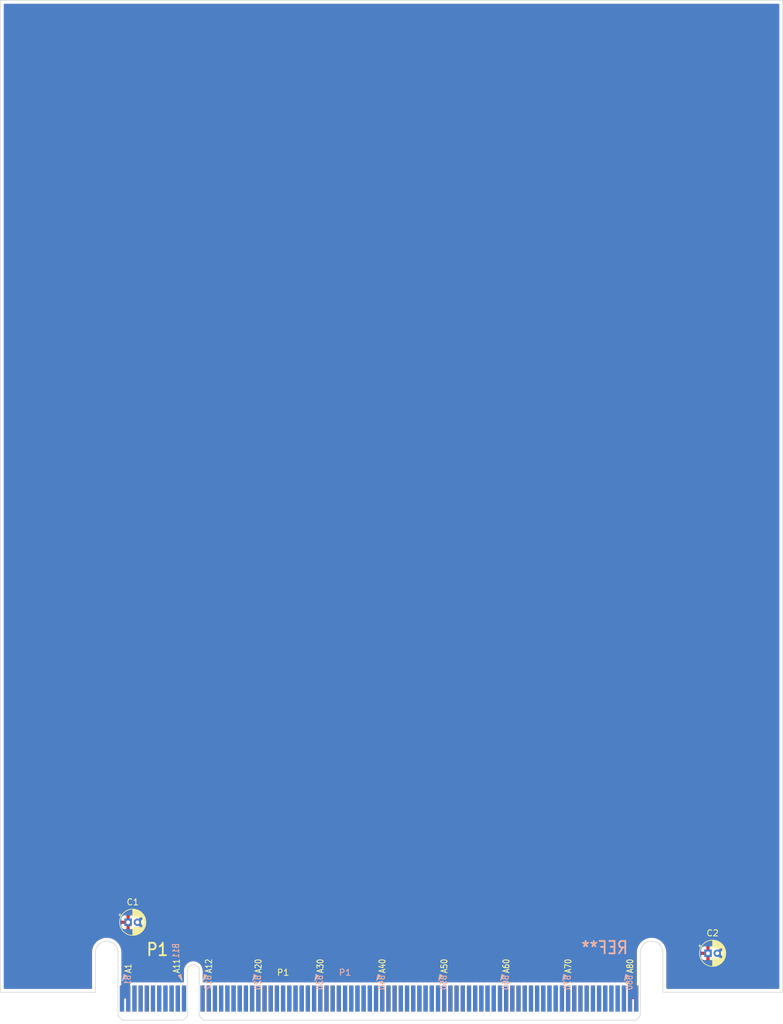
<source format=kicad_pcb>
(kicad_pcb (version 20171130) (host pcbnew 5.1.2-f72e74a~84~ubuntu18.04.1)

  (general
    (thickness 1.6)
    (drawings 0)
    (tracks 0)
    (zones 0)
    (modules 3)
    (nets 159)
  )

  (page A4)
  (layers
    (0 F.Cu signal)
    (31 B.Cu signal)
    (32 B.Adhes user hide)
    (33 F.Adhes user hide)
    (34 B.Paste user hide)
    (35 F.Paste user hide)
    (36 B.SilkS user)
    (37 F.SilkS user)
    (38 B.Mask user hide)
    (39 F.Mask user hide)
    (40 Dwgs.User user)
    (41 Cmts.User user)
    (42 Eco1.User user)
    (43 Eco2.User user)
    (44 Edge.Cuts user)
    (45 Margin user)
    (46 B.CrtYd user hide)
    (47 F.CrtYd user hide)
    (48 B.Fab user hide)
    (49 F.Fab user hide)
  )

  (setup
    (last_trace_width 0.25)
    (trace_clearance 0.2)
    (zone_clearance 0.508)
    (zone_45_only no)
    (trace_min 0.2)
    (via_size 0.8)
    (via_drill 0.4)
    (via_min_size 0.4)
    (via_min_drill 0.3)
    (uvia_size 0.3)
    (uvia_drill 0.1)
    (uvias_allowed no)
    (uvia_min_size 0.2)
    (uvia_min_drill 0.1)
    (edge_width 0.05)
    (segment_width 0.2)
    (pcb_text_width 0.3)
    (pcb_text_size 1.5 1.5)
    (mod_edge_width 0.12)
    (mod_text_size 1 1)
    (mod_text_width 0.15)
    (pad_size 1.524 1.524)
    (pad_drill 0.762)
    (pad_to_mask_clearance 0.051)
    (solder_mask_min_width 0.25)
    (aux_axis_origin 0 0)
    (visible_elements FFFFFF7F)
    (pcbplotparams
      (layerselection 0x010fc_ffffffff)
      (usegerberextensions false)
      (usegerberattributes false)
      (usegerberadvancedattributes false)
      (creategerberjobfile false)
      (excludeedgelayer true)
      (linewidth 0.100000)
      (plotframeref false)
      (viasonmask false)
      (mode 1)
      (useauxorigin false)
      (hpglpennumber 1)
      (hpglpenspeed 20)
      (hpglpendiameter 15.000000)
      (psnegative false)
      (psa4output false)
      (plotreference true)
      (plotvalue true)
      (plotinvisibletext false)
      (padsonsilk false)
      (subtractmaskfromsilk false)
      (outputformat 1)
      (mirror false)
      (drillshape 1)
      (scaleselection 1)
      (outputdirectory ""))
  )

  (net 0 "")
  (net 1 GND)
  (net 2 +5V)
  (net 3 "Net-(P1-PadA29)")
  (net 4 "Net-(P1-PadA30)")
  (net 5 "Net-(P1-PadA31)")
  (net 6 "Net-(P1-PadA32)")
  (net 7 "Net-(P1-PadA33)")
  (net 8 "Net-(P1-PadA50)")
  (net 9 "Net-(P1-PadA64)")
  (net 10 "Net-(P1-PadA65)")
  (net 11 "Net-(P1-PadA66)")
  (net 12 "Net-(P1-PadA69)")
  (net 13 "Net-(P1-PadA71)")
  (net 14 "Net-(P1-PadA74)")
  (net 15 "Net-(P1-PadA75)")
  (net 16 "Net-(P1-PadA76)")
  (net 17 "Net-(P1-PadA77)")
  (net 18 "Net-(P1-PadA78)")
  (net 19 "Net-(P1-PadA79)")
  (net 20 "Net-(P1-PadA80)")
  (net 21 "Net-(P1-PadB28)")
  (net 22 "Net-(P1-PadB29)")
  (net 23 "Net-(P1-PadB44)")
  (net 24 "Net-(P1-PadB45)")
  (net 25 "Net-(P1-PadB46)")
  (net 26 "Net-(P1-PadB47)")
  (net 27 "Net-(P1-PadB48)")
  (net 28 "Net-(P1-PadB49)")
  (net 29 "Net-(P1-PadB50)")
  (net 30 "Net-(P1-PadB51)")
  (net 31 "Net-(P1-PadB52)")
  (net 32 "Net-(P1-PadB53)")
  (net 33 "Net-(P1-PadB54)")
  (net 34 "Net-(P1-PadB55)")
  (net 35 "Net-(P1-PadB56)")
  (net 36 "Net-(P1-PadB57)")
  (net 37 "Net-(P1-PadB58)")
  (net 38 "Net-(P1-PadB59)")
  (net 39 "Net-(P1-PadB61)")
  (net 40 "Net-(P1-PadB62)")
  (net 41 "Net-(P1-PadB67)")
  (net 42 "Net-(P1-PadB70)")
  (net 43 "Net-(P1-PadB71)")
  (net 44 "Net-(P1-PadB74)")
  (net 45 "Net-(P1-PadB75)")
  (net 46 "Net-(P1-PadB76)")
  (net 47 "Net-(P1-PadB77)")
  (net 48 "Net-(P1-PadB78)")
  (net 49 "Net-(P1-PadB79)")
  (net 50 "Net-(P1-PadB80)")
  (net 51 /CLK3)
  (net 52 /CLK4)
  (net 53 /WSTB)
  (net 54 /~RSTHOLD)
  (net 55 /AB0)
  (net 56 /AB1)
  (net 57 /AB2)
  (net 58 /AB3)
  (net 59 /AB4)
  (net 60 /AB5)
  (net 61 /CLK1)
  (net 62 /CLK2)
  (net 63 /T34)
  (net 64 /~RESET)
  (net 65 /IBUS0)
  (net 66 /IBUS1)
  (net 67 /IBUS2)
  (net 68 /IBUS3)
  (net 69 /IBUS4)
  (net 70 /IBUS5)
  (net 71 /AB6)
  (net 72 /AB7)
  (net 73 /DB0)
  (net 74 /DB1)
  (net 75 /DB2)
  (net 76 /DB3)
  (net 77 /DB4)
  (net 78 /DB5)
  (net 79 /DB6)
  (net 80 /DB7)
  (net 81 /~SYSDEV)
  (net 82 /~IODEV1xx)
  (net 83 /~IODEV2xx)
  (net 84 /~IODEV3xx)
  (net 85 /~R)
  (net 86 /~W)
  (net 87 /AB8)
  (net 88 /AB9)
  (net 89 /AB10)
  (net 90 /AB11)
  (net 91 /AB12)
  (net 92 /AB13)
  (net 93 /AB14)
  (net 94 /AB15)
  (net 95 /AB16)
  (net 96 /AB17)
  (net 97 /AB18)
  (net 98 /AB19)
  (net 99 /AB20)
  (net 100 /AB21)
  (net 101 /AB22)
  (net 102 /AB23)
  (net 103 /~IRQ0)
  (net 104 /~IRQ1)
  (net 105 /~IRQ2)
  (net 106 /~IRQ3)
  (net 107 /~IRQ4)
  (net 108 /DB8)
  (net 109 /DB9)
  (net 110 /DB10)
  (net 111 /DB11)
  (net 112 /DB12)
  (net 113 /DB13)
  (net 114 /DB14)
  (net 115 /DB15)
  (net 116 /~IRQ5)
  (net 117 /~IRQ6)
  (net 118 /~IRQ7)
  (net 119 /~ENDEXT)
  (net 120 /~SKIPEXT)
  (net 121 /IBUS6)
  (net 122 /IBUS7)
  (net 123 /RADDR0)
  (net 124 /RADDR1)
  (net 125 /RADDR2)
  (net 126 /RADDR3)
  (net 127 /RADDR4)
  (net 128 /WADDR0)
  (net 129 /WADDR1)
  (net 130 /WADDR2)
  (net 131 /WADDR3)
  (net 132 /WADDR4)
  (net 133 /~MEM)
  (net 134 /~IO)
  (net 135 /~WS)
  (net 136 /ACTION0)
  (net 137 /ACTION1)
  (net 138 /ACTION2)
  (net 139 /ACTION3)
  (net 140 /IBUS8)
  (net 141 /IBUS9)
  (net 142 /IBUS10)
  (net 143 /IBUS11)
  (net 144 /IBUS12)
  (net 145 /IBUS13)
  (net 146 /IBUS14)
  (net 147 /IBUS15)
  (net 148 /~IRQ)
  (net 149 /~IRQS)
  (net 150 /~HALT)
  (net 151 /FPO0)
  (net 152 /FPO1)
  (net 153 /FPO2)
  (net 154 /FPO3)
  (net 155 /FPO4)
  (net 156 /FPO5)
  (net 157 /FPO6)
  (net 158 /FPO7)

  (net_class Default "This is the default net class."
    (clearance 0.2)
    (trace_width 0.25)
    (via_dia 0.8)
    (via_drill 0.4)
    (uvia_dia 0.3)
    (uvia_drill 0.1)
    (add_net +5V)
    (add_net /AB0)
    (add_net /AB1)
    (add_net /AB10)
    (add_net /AB11)
    (add_net /AB12)
    (add_net /AB13)
    (add_net /AB14)
    (add_net /AB15)
    (add_net /AB16)
    (add_net /AB17)
    (add_net /AB18)
    (add_net /AB19)
    (add_net /AB2)
    (add_net /AB20)
    (add_net /AB21)
    (add_net /AB22)
    (add_net /AB23)
    (add_net /AB3)
    (add_net /AB4)
    (add_net /AB5)
    (add_net /AB6)
    (add_net /AB7)
    (add_net /AB8)
    (add_net /AB9)
    (add_net /ACTION0)
    (add_net /ACTION1)
    (add_net /ACTION2)
    (add_net /ACTION3)
    (add_net /CLK1)
    (add_net /CLK2)
    (add_net /CLK3)
    (add_net /CLK4)
    (add_net /DB0)
    (add_net /DB1)
    (add_net /DB10)
    (add_net /DB11)
    (add_net /DB12)
    (add_net /DB13)
    (add_net /DB14)
    (add_net /DB15)
    (add_net /DB2)
    (add_net /DB3)
    (add_net /DB4)
    (add_net /DB5)
    (add_net /DB6)
    (add_net /DB7)
    (add_net /DB8)
    (add_net /DB9)
    (add_net /FPO0)
    (add_net /FPO1)
    (add_net /FPO2)
    (add_net /FPO3)
    (add_net /FPO4)
    (add_net /FPO5)
    (add_net /FPO6)
    (add_net /FPO7)
    (add_net /IBUS0)
    (add_net /IBUS1)
    (add_net /IBUS10)
    (add_net /IBUS11)
    (add_net /IBUS12)
    (add_net /IBUS13)
    (add_net /IBUS14)
    (add_net /IBUS15)
    (add_net /IBUS2)
    (add_net /IBUS3)
    (add_net /IBUS4)
    (add_net /IBUS5)
    (add_net /IBUS6)
    (add_net /IBUS7)
    (add_net /IBUS8)
    (add_net /IBUS9)
    (add_net /RADDR0)
    (add_net /RADDR1)
    (add_net /RADDR2)
    (add_net /RADDR3)
    (add_net /RADDR4)
    (add_net /T34)
    (add_net /WADDR0)
    (add_net /WADDR1)
    (add_net /WADDR2)
    (add_net /WADDR3)
    (add_net /WADDR4)
    (add_net /WSTB)
    (add_net /~ENDEXT)
    (add_net /~HALT)
    (add_net /~IO)
    (add_net /~IODEV1xx)
    (add_net /~IODEV2xx)
    (add_net /~IODEV3xx)
    (add_net /~IRQ)
    (add_net /~IRQ0)
    (add_net /~IRQ1)
    (add_net /~IRQ2)
    (add_net /~IRQ3)
    (add_net /~IRQ4)
    (add_net /~IRQ5)
    (add_net /~IRQ6)
    (add_net /~IRQ7)
    (add_net /~IRQS)
    (add_net /~MEM)
    (add_net /~R)
    (add_net /~RESET)
    (add_net /~RSTHOLD)
    (add_net /~SKIPEXT)
    (add_net /~SYSDEV)
    (add_net /~W)
    (add_net /~WS)
    (add_net GND)
    (add_net "Net-(P1-PadA29)")
    (add_net "Net-(P1-PadA30)")
    (add_net "Net-(P1-PadA31)")
    (add_net "Net-(P1-PadA32)")
    (add_net "Net-(P1-PadA33)")
    (add_net "Net-(P1-PadA50)")
    (add_net "Net-(P1-PadA64)")
    (add_net "Net-(P1-PadA65)")
    (add_net "Net-(P1-PadA66)")
    (add_net "Net-(P1-PadA69)")
    (add_net "Net-(P1-PadA71)")
    (add_net "Net-(P1-PadA74)")
    (add_net "Net-(P1-PadA75)")
    (add_net "Net-(P1-PadA76)")
    (add_net "Net-(P1-PadA77)")
    (add_net "Net-(P1-PadA78)")
    (add_net "Net-(P1-PadA79)")
    (add_net "Net-(P1-PadA80)")
    (add_net "Net-(P1-PadB28)")
    (add_net "Net-(P1-PadB29)")
    (add_net "Net-(P1-PadB44)")
    (add_net "Net-(P1-PadB45)")
    (add_net "Net-(P1-PadB46)")
    (add_net "Net-(P1-PadB47)")
    (add_net "Net-(P1-PadB48)")
    (add_net "Net-(P1-PadB49)")
    (add_net "Net-(P1-PadB50)")
    (add_net "Net-(P1-PadB51)")
    (add_net "Net-(P1-PadB52)")
    (add_net "Net-(P1-PadB53)")
    (add_net "Net-(P1-PadB54)")
    (add_net "Net-(P1-PadB55)")
    (add_net "Net-(P1-PadB56)")
    (add_net "Net-(P1-PadB57)")
    (add_net "Net-(P1-PadB58)")
    (add_net "Net-(P1-PadB59)")
    (add_net "Net-(P1-PadB61)")
    (add_net "Net-(P1-PadB62)")
    (add_net "Net-(P1-PadB67)")
    (add_net "Net-(P1-PadB70)")
    (add_net "Net-(P1-PadB71)")
    (add_net "Net-(P1-PadB74)")
    (add_net "Net-(P1-PadB75)")
    (add_net "Net-(P1-PadB76)")
    (add_net "Net-(P1-PadB77)")
    (add_net "Net-(P1-PadB78)")
    (add_net "Net-(P1-PadB79)")
    (add_net "Net-(P1-PadB80)")
  )

  (module alexios:CFT-2019-Card-Edge (layer F.Cu) (tedit 5D1A092A) (tstamp 5D1DFBDE)
    (at 63.020199 188.005)
    (descr "PCI Express x8 edge connector")
    (tags "pci express x8")
    (path /5D1A9D81)
    (attr virtual)
    (fp_text reference P1 (at 1 -4.2) (layer F.SilkS)
      (effects (font (size 1 1) (thickness 0.15)))
    )
    (fp_text value CFT-2019-Bus (at 0 5) (layer F.Fab)
      (effects (font (size 1 1) (thickness 0.15)))
    )
    (fp_text user %R (at -19.3 -7.9) (layer F.SilkS)
      (effects (font (size 2 1.75) (thickness 0.3)))
    )
    (fp_text user B11 (at -16.3 -6.4 -90) (layer B.SilkS)
      (effects (font (size 1 0.83) (thickness 0.15)) (justify right mirror))
    )
    (fp_text user B1 (at -24.1 -3.9 -90) (layer B.SilkS)
      (effects (font (size 1 0.83) (thickness 0.15)) (justify left mirror))
    )
    (fp_poly (pts (xy -15.3 -2.9) (xy -15.5 -3.9) (xy -15.9 -3.7)) (layer B.SilkS) (width 0.1))
    (fp_text user REF** (at 52.9 -8.2) (layer B.SilkS)
      (effects (font (size 2 1.75) (thickness 0.3)) (justify mirror))
    )
    (fp_poly (pts (xy -24.9 -2.9) (xy -24.7 -3.9) (xy -24.3 -3.7)) (layer B.SilkS) (width 0.1))
    (fp_text user A12 (at -11 -4 90) (layer F.SilkS)
      (effects (font (size 1 0.83) (thickness 0.15)) (justify left))
    )
    (fp_poly (pts (xy -11.9 -2.9) (xy -11.7 -3.9) (xy -11.3 -3.7)) (layer F.SilkS) (width 0.1))
    (fp_poly (pts (xy 56.1 -2.9) (xy 56.3 -3.9) (xy 56.7 -3.7)) (layer F.SilkS) (width 0.1))
    (fp_poly (pts (xy 46.1 -2.9) (xy 46.3 -3.9) (xy 46.7 -3.7)) (layer F.SilkS) (width 0.1))
    (fp_poly (pts (xy 36.1 -2.9) (xy 36.3 -3.9) (xy 36.7 -3.7)) (layer F.SilkS) (width 0.1))
    (fp_poly (pts (xy 26.1 -2.9) (xy 26.3 -3.9) (xy 26.7 -3.7)) (layer F.SilkS) (width 0.1))
    (fp_poly (pts (xy 16.1 -2.9) (xy 16.3 -3.9) (xy 16.7 -3.7)) (layer F.SilkS) (width 0.1))
    (fp_poly (pts (xy 6.1 -2.9) (xy 6.3 -3.9) (xy 6.7 -3.7)) (layer F.SilkS) (width 0.1))
    (fp_poly (pts (xy -3.9 -2.9) (xy -3.7 -3.9) (xy -3.3 -3.7)) (layer F.SilkS) (width 0.1))
    (fp_poly (pts (xy -15.3 -2.9) (xy -15.5 -3.9) (xy -15.9 -3.7)) (layer F.SilkS) (width 0.1))
    (fp_text user A80 (at 57 -4 90) (layer F.SilkS)
      (effects (font (size 1 0.83) (thickness 0.15)) (justify left))
    )
    (fp_text user A70 (at 47 -4 90) (layer F.SilkS)
      (effects (font (size 1 0.83) (thickness 0.15)) (justify left))
    )
    (fp_text user A60 (at 37 -4 90) (layer F.SilkS)
      (effects (font (size 1 0.83) (thickness 0.15)) (justify left))
    )
    (fp_text user A50 (at 27 -4 90) (layer F.SilkS)
      (effects (font (size 1 0.83) (thickness 0.15)) (justify left))
    )
    (fp_text user A40 (at 17 -4 90) (layer F.SilkS)
      (effects (font (size 1 0.83) (thickness 0.15)) (justify left))
    )
    (fp_text user A30 (at 7 -4 90) (layer F.SilkS)
      (effects (font (size 1 0.83) (thickness 0.15)) (justify left))
    )
    (fp_text user A20 (at -3 -4 90) (layer F.SilkS)
      (effects (font (size 1 0.83) (thickness 0.15)) (justify left))
    )
    (fp_text user A11 (at -16.2 -4 90) (layer F.SilkS)
      (effects (font (size 1 0.83) (thickness 0.15)) (justify left))
    )
    (fp_text user A1 (at -24 -4 90) (layer F.SilkS)
      (effects (font (size 1 0.83) (thickness 0.15)) (justify left))
    )
    (fp_poly (pts (xy -24.9 -2.9) (xy -24.7 -3.9) (xy -24.3 -3.7)) (layer F.SilkS) (width 0.1))
    (fp_line (start 81.65 -161.05) (end 81.65 -1) (layer Edge.Cuts) (width 0.1))
    (fp_line (start -44.65 -161.05) (end 81.65 -161.05) (layer Edge.Cuts) (width 0.1))
    (fp_line (start 81.65 -1) (end 62.3 -1) (layer Edge.Cuts) (width 0.1))
    (fp_line (start 62.3 -1) (end 62.3 -7.425) (layer Edge.Cuts) (width 0.1))
    (fp_line (start 58.65 -7.425) (end 58.65 2.8) (layer Edge.Cuts) (width 0.1))
    (fp_line (start 57.95 3.5) (end 58.65 2.8) (layer Edge.Cuts) (width 0.1))
    (fp_arc (start 60.475 -7.425) (end 62.3 -7.425) (angle -180) (layer Edge.Cuts) (width 0.1))
    (fp_line (start -26.2 4.1) (end -13.9 4.1) (layer F.CrtYd) (width 0.05))
    (fp_line (start -13.9 4.1) (end -13.9 -4.3) (layer F.CrtYd) (width 0.05))
    (fp_line (start -13.9 -4.3) (end -13.1 -4.3) (layer F.CrtYd) (width 0.05))
    (fp_line (start -13.1 -4.3) (end -13.1 4.1) (layer F.CrtYd) (width 0.05))
    (fp_line (start -13.1 4.1) (end 59.2 4.1) (layer F.CrtYd) (width 0.05))
    (fp_line (start 59.2 4.1) (end 59.2 -2.6) (layer F.CrtYd) (width 0.05))
    (fp_line (start -26.2 -2.6) (end -26.2 4.1) (layer F.CrtYd) (width 0.05))
    (fp_line (start 59.2 -2.6) (end -12.5 -2.6) (layer F.CrtYd) (width 0.05))
    (fp_line (start -12.5 -2.6) (end -12.5 -5.5) (layer F.CrtYd) (width 0.05))
    (fp_line (start -12.5 -5.5) (end -14.5 -5.5) (layer F.CrtYd) (width 0.05))
    (fp_line (start -14.5 -5.5) (end -14.5 -2.6) (layer F.CrtYd) (width 0.05))
    (fp_line (start -14.5 -2.6) (end -26.2 -2.6) (layer F.CrtYd) (width 0.05))
    (fp_text user %R (at 11 -4.2) (layer B.SilkS)
      (effects (font (size 1 1) (thickness 0.15)))
    )
    (fp_line (start -44.65 -161.05) (end -44.65 -1) (layer Edge.Cuts) (width 0.1))
    (fp_line (start -29.3 -1) (end -29.3 -7.425) (layer Edge.Cuts) (width 0.1))
    (fp_arc (start -27.475 -7.425) (end -29.3 -7.425) (angle 180) (layer Edge.Cuts) (width 0.1))
    (fp_line (start -44.65 -1) (end -29.3 -1) (layer Edge.Cuts) (width 0.1))
    (fp_line (start -11.85 3.5) (end 57.95 3.5) (layer Edge.Cuts) (width 0.1))
    (fp_line (start -11.85 3.5) (end -12.55 2.8) (layer Edge.Cuts) (width 0.1))
    (fp_line (start -12.55 -4.5) (end -12.55 2.8) (layer Edge.Cuts) (width 0.1))
    (fp_arc (start -13.5 -4.5) (end -14.45 -4.5) (angle 180) (layer Edge.Cuts) (width 0.1))
    (fp_line (start -14.45 2.8) (end -14.45 -4.5) (layer Edge.Cuts) (width 0.1))
    (fp_line (start -15.15 3.5) (end -14.45 2.8) (layer Edge.Cuts) (width 0.1))
    (fp_line (start -24.95 3.5) (end -15.15 3.5) (layer Edge.Cuts) (width 0.1))
    (fp_line (start -24.95 3.5) (end -25.65 2.8) (layer Edge.Cuts) (width 0.1))
    (fp_line (start -25.65 -7.425) (end -25.65 2.8) (layer Edge.Cuts) (width 0.1))
    (fp_text user B12 (at -11.1 -3.9 -90) (layer B.SilkS)
      (effects (font (size 1 0.83) (thickness 0.15)) (justify left mirror))
    )
    (fp_poly (pts (xy -11.9 -2.9) (xy -11.7 -3.9) (xy -11.3 -3.7)) (layer B.SilkS) (width 0.1))
    (fp_text user B20 (at -3.1 -3.9 -90) (layer B.SilkS)
      (effects (font (size 1 0.83) (thickness 0.15)) (justify left mirror))
    )
    (fp_poly (pts (xy -3.9 -2.9) (xy -3.7 -3.9) (xy -3.3 -3.7)) (layer B.SilkS) (width 0.1))
    (fp_text user B30 (at 6.9 -3.9 -90) (layer B.SilkS)
      (effects (font (size 1 0.83) (thickness 0.15)) (justify left mirror))
    )
    (fp_poly (pts (xy 6.1 -2.9) (xy 6.3 -3.9) (xy 6.7 -3.7)) (layer B.SilkS) (width 0.1))
    (fp_text user B40 (at 16.9 -3.9 -90) (layer B.SilkS)
      (effects (font (size 1 0.83) (thickness 0.15)) (justify left mirror))
    )
    (fp_poly (pts (xy 16.1 -2.9) (xy 16.3 -3.9) (xy 16.7 -3.7)) (layer B.SilkS) (width 0.1))
    (fp_text user B50 (at 26.9 -3.9 -90) (layer B.SilkS)
      (effects (font (size 1 0.83) (thickness 0.15)) (justify left mirror))
    )
    (fp_poly (pts (xy 26.1 -2.9) (xy 26.3 -3.9) (xy 26.7 -3.7)) (layer B.SilkS) (width 0.1))
    (fp_text user B60 (at 36.9 -3.9 -90) (layer B.SilkS)
      (effects (font (size 1 0.83) (thickness 0.15)) (justify left mirror))
    )
    (fp_poly (pts (xy 36.1 -2.9) (xy 36.3 -3.9) (xy 36.7 -3.7)) (layer B.SilkS) (width 0.1))
    (fp_text user B70 (at 46.9 -3.9 -90) (layer B.SilkS)
      (effects (font (size 1 0.83) (thickness 0.15)) (justify left mirror))
    )
    (fp_poly (pts (xy 46.1 -2.9) (xy 46.3 -3.9) (xy 46.7 -3.7)) (layer B.SilkS) (width 0.1))
    (fp_text user B80 (at 56.9 -3.9 -90) (layer B.SilkS)
      (effects (font (size 1 0.83) (thickness 0.15)) (justify left mirror))
    )
    (fp_poly (pts (xy 56.1 -2.9) (xy 56.3 -3.9) (xy 56.7 -3.7)) (layer B.SilkS) (width 0.1))
    (pad A1 connect rect (at -25 0) (size 0.7 4.2) (layers F.Cu F.Mask)
      (net 2 +5V))
    (pad A2 connect rect (at -24 0) (size 0.7 4.2) (layers F.Cu F.Mask)
      (net 2 +5V))
    (pad A3 connect rect (at -23 0) (size 0.7 4.2) (layers F.Cu F.Mask)
      (net 51 /CLK3))
    (pad A4 connect rect (at -22 0) (size 0.7 4.2) (layers F.Cu F.Mask)
      (net 52 /CLK4))
    (pad A5 connect rect (at -21 0) (size 0.7 4.2) (layers F.Cu F.Mask)
      (net 53 /WSTB))
    (pad A6 connect rect (at -20 0) (size 0.7 4.2) (layers F.Cu F.Mask)
      (net 54 /~RSTHOLD))
    (pad A7 connect rect (at -19 0) (size 0.7 4.2) (layers F.Cu F.Mask)
      (net 55 /AB0))
    (pad A8 connect rect (at -18 0) (size 0.7 4.2) (layers F.Cu F.Mask)
      (net 56 /AB1))
    (pad A9 connect rect (at -17 0) (size 0.7 4.2) (layers F.Cu F.Mask)
      (net 57 /AB2))
    (pad A10 connect rect (at -16 0) (size 0.7 4.2) (layers F.Cu F.Mask)
      (net 58 /AB3))
    (pad A11 connect rect (at -15 0) (size 0.7 4.2) (layers F.Cu F.Mask)
      (net 59 /AB4))
    (pad A12 connect rect (at -12 0) (size 0.7 4.2) (layers F.Cu F.Mask)
      (net 60 /AB5))
    (pad B1 connect rect (at -25 0) (size 0.7 4.2) (layers B.Cu B.Mask)
      (net 1 GND))
    (pad B2 connect rect (at -24 0) (size 0.7 4.2) (layers B.Cu B.Mask)
      (net 1 GND))
    (pad B3 connect rect (at -23 0) (size 0.7 4.2) (layers B.Cu B.Mask)
      (net 61 /CLK1))
    (pad B4 connect rect (at -22 0) (size 0.7 4.2) (layers B.Cu B.Mask)
      (net 62 /CLK2))
    (pad B5 connect rect (at -21 0) (size 0.7 4.2) (layers B.Cu B.Mask)
      (net 63 /T34))
    (pad B6 connect rect (at -20 0) (size 0.7 4.2) (layers B.Cu B.Mask)
      (net 64 /~RESET))
    (pad B7 connect rect (at -19 0) (size 0.7 4.2) (layers B.Cu B.Mask)
      (net 65 /IBUS0))
    (pad B8 connect rect (at -18 0) (size 0.7 4.2) (layers B.Cu B.Mask)
      (net 66 /IBUS1))
    (pad B9 connect rect (at -17 0) (size 0.7 4.2) (layers B.Cu B.Mask)
      (net 67 /IBUS2))
    (pad B10 connect rect (at -16 0) (size 0.7 4.2) (layers B.Cu B.Mask)
      (net 68 /IBUS3))
    (pad B11 connect rect (at -15 0) (size 0.7 4.2) (layers B.Cu B.Mask)
      (net 69 /IBUS4))
    (pad B12 connect rect (at -12 0) (size 0.7 4.2) (layers B.Cu B.Mask)
      (net 70 /IBUS5))
    (pad A13 connect rect (at -11 0) (size 0.7 4.2) (layers F.Cu F.Mask)
      (net 71 /AB6))
    (pad A14 connect rect (at -10 0) (size 0.7 4.2) (layers F.Cu F.Mask)
      (net 72 /AB7))
    (pad A15 connect rect (at -9 0) (size 0.7 4.2) (layers F.Cu F.Mask)
      (net 73 /DB0))
    (pad A16 connect rect (at -8 0) (size 0.7 4.2) (layers F.Cu F.Mask)
      (net 74 /DB1))
    (pad A17 connect rect (at -7 0) (size 0.7 4.2) (layers F.Cu F.Mask)
      (net 75 /DB2))
    (pad A18 connect rect (at -6 0) (size 0.7 4.2) (layers F.Cu F.Mask)
      (net 76 /DB3))
    (pad A19 connect rect (at -5 0) (size 0.7 4.2) (layers F.Cu F.Mask)
      (net 77 /DB4))
    (pad A20 connect rect (at -4 0) (size 0.7 4.2) (layers F.Cu F.Mask)
      (net 78 /DB5))
    (pad A21 connect rect (at -3 0) (size 0.7 4.2) (layers F.Cu F.Mask)
      (net 79 /DB6))
    (pad A22 connect rect (at -2 0) (size 0.7 4.2) (layers F.Cu F.Mask)
      (net 80 /DB7))
    (pad A23 connect rect (at -1 0) (size 0.7 4.2) (layers F.Cu F.Mask)
      (net 81 /~SYSDEV))
    (pad A24 connect rect (at 0 0) (size 0.7 4.2) (layers F.Cu F.Mask)
      (net 82 /~IODEV1xx))
    (pad A25 connect rect (at 1 0) (size 0.7 4.2) (layers F.Cu F.Mask)
      (net 83 /~IODEV2xx))
    (pad A26 connect rect (at 2 0) (size 0.7 4.2) (layers F.Cu F.Mask)
      (net 84 /~IODEV3xx))
    (pad A27 connect rect (at 3 0) (size 0.7 4.2) (layers F.Cu F.Mask)
      (net 85 /~R))
    (pad A28 connect rect (at 4 0) (size 0.7 4.2) (layers F.Cu F.Mask)
      (net 86 /~W))
    (pad A29 connect rect (at 5 0) (size 0.7 4.2) (layers F.Cu F.Mask)
      (net 3 "Net-(P1-PadA29)"))
    (pad A30 connect rect (at 6 0) (size 0.7 4.2) (layers F.Cu F.Mask)
      (net 4 "Net-(P1-PadA30)"))
    (pad A31 connect rect (at 7 0) (size 0.7 4.2) (layers F.Cu F.Mask)
      (net 5 "Net-(P1-PadA31)"))
    (pad A32 connect rect (at 8 0) (size 0.7 4.2) (layers F.Cu F.Mask)
      (net 6 "Net-(P1-PadA32)"))
    (pad A33 connect rect (at 9 0) (size 0.7 4.2) (layers F.Cu F.Mask)
      (net 7 "Net-(P1-PadA33)"))
    (pad A34 connect rect (at 10 0) (size 0.7 4.2) (layers F.Cu F.Mask)
      (net 87 /AB8))
    (pad A35 connect rect (at 11 0) (size 0.7 4.2) (layers F.Cu F.Mask)
      (net 88 /AB9))
    (pad A36 connect rect (at 12 0) (size 0.7 4.2) (layers F.Cu F.Mask)
      (net 89 /AB10))
    (pad A37 connect rect (at 13 0) (size 0.7 4.2) (layers F.Cu F.Mask)
      (net 90 /AB11))
    (pad A38 connect rect (at 14 0) (size 0.7 4.2) (layers F.Cu F.Mask)
      (net 91 /AB12))
    (pad A39 connect rect (at 15 0) (size 0.7 4.2) (layers F.Cu F.Mask)
      (net 92 /AB13))
    (pad A40 connect rect (at 16 0) (size 0.7 4.2) (layers F.Cu F.Mask)
      (net 93 /AB14))
    (pad A41 connect rect (at 17 0) (size 0.7 4.2) (layers F.Cu F.Mask)
      (net 94 /AB15))
    (pad A42 connect rect (at 18 0) (size 0.7 4.2) (layers F.Cu F.Mask)
      (net 95 /AB16))
    (pad A43 connect rect (at 19 0) (size 0.7 4.2) (layers F.Cu F.Mask)
      (net 96 /AB17))
    (pad A44 connect rect (at 20 0) (size 0.7 4.2) (layers F.Cu F.Mask)
      (net 97 /AB18))
    (pad A45 connect rect (at 21 0) (size 0.7 4.2) (layers F.Cu F.Mask)
      (net 98 /AB19))
    (pad A46 connect rect (at 22 0) (size 0.7 4.2) (layers F.Cu F.Mask)
      (net 99 /AB20))
    (pad A47 connect rect (at 23 0) (size 0.7 4.2) (layers F.Cu F.Mask)
      (net 100 /AB21))
    (pad A48 connect rect (at 24 0) (size 0.7 4.2) (layers F.Cu F.Mask)
      (net 101 /AB22))
    (pad A49 connect rect (at 25 0) (size 0.7 4.2) (layers F.Cu F.Mask)
      (net 102 /AB23))
    (pad A50 connect rect (at 26 0) (size 0.7 4.2) (layers F.Cu F.Mask)
      (net 8 "Net-(P1-PadA50)"))
    (pad A51 connect rect (at 27 0) (size 0.7 4.2) (layers F.Cu F.Mask)
      (net 103 /~IRQ0))
    (pad A52 connect rect (at 28 0) (size 0.7 4.2) (layers F.Cu F.Mask)
      (net 104 /~IRQ1))
    (pad A53 connect rect (at 29 0) (size 0.7 4.2) (layers F.Cu F.Mask)
      (net 105 /~IRQ2))
    (pad A54 connect rect (at 30 0) (size 0.7 4.2) (layers F.Cu F.Mask)
      (net 106 /~IRQ3))
    (pad A55 connect rect (at 31 0) (size 0.7 4.2) (layers F.Cu F.Mask)
      (net 107 /~IRQ4))
    (pad A56 connect rect (at 32 0) (size 0.7 4.2) (layers F.Cu F.Mask)
      (net 108 /DB8))
    (pad A57 connect rect (at 33 0) (size 0.7 4.2) (layers F.Cu F.Mask)
      (net 109 /DB9))
    (pad A58 connect rect (at 34 0) (size 0.7 4.2) (layers F.Cu F.Mask)
      (net 110 /DB10))
    (pad A59 connect rect (at 35 0) (size 0.7 4.2) (layers F.Cu F.Mask)
      (net 111 /DB11))
    (pad A60 connect rect (at 36 0) (size 0.7 4.2) (layers F.Cu F.Mask)
      (net 112 /DB12))
    (pad A61 connect rect (at 37 0) (size 0.7 4.2) (layers F.Cu F.Mask)
      (net 113 /DB13))
    (pad A62 connect rect (at 38 0) (size 0.7 4.2) (layers F.Cu F.Mask)
      (net 114 /DB14))
    (pad A63 connect rect (at 39 0) (size 0.7 4.2) (layers F.Cu F.Mask)
      (net 115 /DB15))
    (pad A64 connect rect (at 40 0) (size 0.7 4.2) (layers F.Cu F.Mask)
      (net 9 "Net-(P1-PadA64)"))
    (pad A65 connect rect (at 41 0) (size 0.7 4.2) (layers F.Cu F.Mask)
      (net 10 "Net-(P1-PadA65)"))
    (pad A66 connect rect (at 42 0) (size 0.7 4.2) (layers F.Cu F.Mask)
      (net 11 "Net-(P1-PadA66)"))
    (pad A67 connect rect (at 43 0) (size 0.7 4.2) (layers F.Cu F.Mask)
      (net 116 /~IRQ5))
    (pad A68 connect rect (at 44 0) (size 0.7 4.2) (layers F.Cu F.Mask)
      (net 117 /~IRQ6))
    (pad A69 connect rect (at 45 0) (size 0.7 4.2) (layers F.Cu F.Mask)
      (net 12 "Net-(P1-PadA69)"))
    (pad A70 connect rect (at 46 0) (size 0.7 4.2) (layers F.Cu F.Mask)
      (net 118 /~IRQ7))
    (pad A71 connect rect (at 47 0) (size 0.7 4.2) (layers F.Cu F.Mask)
      (net 13 "Net-(P1-PadA71)"))
    (pad A72 connect rect (at 48 0) (size 0.7 4.2) (layers F.Cu F.Mask)
      (net 119 /~ENDEXT))
    (pad A73 connect rect (at 49 0) (size 0.7 4.2) (layers F.Cu F.Mask)
      (net 120 /~SKIPEXT))
    (pad A74 connect rect (at 50 0) (size 0.7 4.2) (layers F.Cu F.Mask)
      (net 14 "Net-(P1-PadA74)"))
    (pad A75 connect rect (at 51 0) (size 0.7 4.2) (layers F.Cu F.Mask)
      (net 15 "Net-(P1-PadA75)"))
    (pad A76 connect rect (at 52 0) (size 0.7 4.2) (layers F.Cu F.Mask)
      (net 16 "Net-(P1-PadA76)"))
    (pad A77 connect rect (at 53 0) (size 0.7 4.2) (layers F.Cu F.Mask)
      (net 17 "Net-(P1-PadA77)"))
    (pad A78 connect rect (at 54 0) (size 0.7 4.2) (layers F.Cu F.Mask)
      (net 18 "Net-(P1-PadA78)"))
    (pad A79 connect rect (at 55 0) (size 0.7 4.2) (layers F.Cu F.Mask)
      (net 19 "Net-(P1-PadA79)"))
    (pad A80 connect rect (at 56 0) (size 0.7 4.2) (layers F.Cu F.Mask)
      (net 20 "Net-(P1-PadA80)"))
    (pad A81 connect rect (at 57 0) (size 0.7 4.2) (layers F.Cu F.Mask)
      (net 2 +5V))
    (pad A82 connect rect (at 58 0) (size 0.7 4.2) (layers F.Cu F.Mask)
      (net 2 +5V))
    (pad B13 connect rect (at -11 0) (size 0.7 4.2) (layers B.Cu B.Mask)
      (net 121 /IBUS6))
    (pad B14 connect rect (at -10 0) (size 0.7 4.2) (layers B.Cu B.Mask)
      (net 122 /IBUS7))
    (pad B15 connect rect (at -9 0) (size 0.7 4.2) (layers B.Cu B.Mask)
      (net 123 /RADDR0))
    (pad B16 connect rect (at -8 0) (size 0.7 4.2) (layers B.Cu B.Mask)
      (net 124 /RADDR1))
    (pad B17 connect rect (at -7 0) (size 0.7 4.2) (layers B.Cu B.Mask)
      (net 125 /RADDR2))
    (pad B18 connect rect (at -6 0) (size 0.7 4.2) (layers B.Cu B.Mask)
      (net 126 /RADDR3))
    (pad B19 connect rect (at -5 0) (size 0.7 4.2) (layers B.Cu B.Mask)
      (net 127 /RADDR4))
    (pad B20 connect rect (at -4 0) (size 0.7 4.2) (layers B.Cu B.Mask)
      (net 128 /WADDR0))
    (pad B21 connect rect (at -3 0) (size 0.7 4.2) (layers B.Cu B.Mask)
      (net 129 /WADDR1))
    (pad B22 connect rect (at -2 0) (size 0.7 4.2) (layers B.Cu B.Mask)
      (net 130 /WADDR2))
    (pad B23 connect rect (at -1 0) (size 0.7 4.2) (layers B.Cu B.Mask)
      (net 131 /WADDR3))
    (pad B24 connect rect (at 0 0) (size 0.7 4.2) (layers B.Cu B.Mask)
      (net 132 /WADDR4))
    (pad B25 connect rect (at 1 0) (size 0.7 4.2) (layers B.Cu B.Mask)
      (net 133 /~MEM))
    (pad B26 connect rect (at 2 0) (size 0.7 4.2) (layers B.Cu B.Mask)
      (net 134 /~IO))
    (pad B27 connect rect (at 3 0) (size 0.7 4.2) (layers B.Cu B.Mask)
      (net 135 /~WS))
    (pad B28 connect rect (at 4 0) (size 0.7 4.2) (layers B.Cu B.Mask)
      (net 21 "Net-(P1-PadB28)"))
    (pad B29 connect rect (at 5 0) (size 0.7 4.2) (layers B.Cu B.Mask)
      (net 22 "Net-(P1-PadB29)"))
    (pad B30 connect rect (at 6 0) (size 0.7 4.2) (layers B.Cu B.Mask)
      (net 136 /ACTION0))
    (pad B31 connect rect (at 7 0) (size 0.7 4.2) (layers B.Cu B.Mask)
      (net 137 /ACTION1))
    (pad B32 connect rect (at 8 0) (size 0.7 4.2) (layers B.Cu B.Mask)
      (net 138 /ACTION2))
    (pad B33 connect rect (at 9 0) (size 0.7 4.2) (layers B.Cu B.Mask)
      (net 139 /ACTION3))
    (pad B34 connect rect (at 10 0) (size 0.7 4.2) (layers B.Cu B.Mask)
      (net 140 /IBUS8))
    (pad B35 connect rect (at 11 0) (size 0.7 4.2) (layers B.Cu B.Mask)
      (net 141 /IBUS9))
    (pad B36 connect rect (at 12 0) (size 0.7 4.2) (layers B.Cu B.Mask)
      (net 142 /IBUS10))
    (pad B37 connect rect (at 13 0) (size 0.7 4.2) (layers B.Cu B.Mask)
      (net 143 /IBUS11))
    (pad B38 connect rect (at 14 0) (size 0.7 4.2) (layers B.Cu B.Mask)
      (net 144 /IBUS12))
    (pad B39 connect rect (at 15 0) (size 0.7 4.2) (layers B.Cu B.Mask)
      (net 145 /IBUS13))
    (pad B40 connect rect (at 16 0) (size 0.7 4.2) (layers B.Cu B.Mask)
      (net 146 /IBUS14))
    (pad B41 connect rect (at 17 0) (size 0.7 4.2) (layers B.Cu B.Mask)
      (net 147 /IBUS15))
    (pad B42 connect rect (at 18 0) (size 0.7 4.2) (layers B.Cu B.Mask)
      (net 148 /~IRQ))
    (pad B43 connect rect (at 19 0) (size 0.7 4.2) (layers B.Cu B.Mask)
      (net 149 /~IRQS))
    (pad B44 connect rect (at 20 0) (size 0.7 4.2) (layers B.Cu B.Mask)
      (net 23 "Net-(P1-PadB44)"))
    (pad B45 connect rect (at 21 0) (size 0.7 4.2) (layers B.Cu B.Mask)
      (net 24 "Net-(P1-PadB45)"))
    (pad B46 connect rect (at 22 0) (size 0.7 4.2) (layers B.Cu B.Mask)
      (net 25 "Net-(P1-PadB46)"))
    (pad B47 connect rect (at 23 0) (size 0.7 4.2) (layers B.Cu B.Mask)
      (net 26 "Net-(P1-PadB47)"))
    (pad B48 connect rect (at 24 0) (size 0.7 4.2) (layers B.Cu B.Mask)
      (net 27 "Net-(P1-PadB48)"))
    (pad B49 connect rect (at 25 0) (size 0.7 4.2) (layers B.Cu B.Mask)
      (net 28 "Net-(P1-PadB49)"))
    (pad B50 connect rect (at 26 0) (size 0.7 4.2) (layers B.Cu B.Mask)
      (net 29 "Net-(P1-PadB50)"))
    (pad B51 connect rect (at 27 0) (size 0.7 4.2) (layers B.Cu B.Mask)
      (net 30 "Net-(P1-PadB51)"))
    (pad B52 connect rect (at 28 0) (size 0.7 4.2) (layers B.Cu B.Mask)
      (net 31 "Net-(P1-PadB52)"))
    (pad B53 connect rect (at 29 0) (size 0.7 4.2) (layers B.Cu B.Mask)
      (net 32 "Net-(P1-PadB53)"))
    (pad B54 connect rect (at 30 0) (size 0.7 4.2) (layers B.Cu B.Mask)
      (net 33 "Net-(P1-PadB54)"))
    (pad B55 connect rect (at 31 0) (size 0.7 4.2) (layers B.Cu B.Mask)
      (net 34 "Net-(P1-PadB55)"))
    (pad B56 connect rect (at 32 0) (size 0.7 4.2) (layers B.Cu B.Mask)
      (net 35 "Net-(P1-PadB56)"))
    (pad B57 connect rect (at 33 0) (size 0.7 4.2) (layers B.Cu B.Mask)
      (net 36 "Net-(P1-PadB57)"))
    (pad B58 connect rect (at 34 0) (size 0.7 4.2) (layers B.Cu B.Mask)
      (net 37 "Net-(P1-PadB58)"))
    (pad B59 connect rect (at 35 0) (size 0.7 4.2) (layers B.Cu B.Mask)
      (net 38 "Net-(P1-PadB59)"))
    (pad B60 connect rect (at 36 0) (size 0.7 4.2) (layers B.Cu B.Mask)
      (net 150 /~HALT))
    (pad B61 connect rect (at 37 0) (size 0.7 4.2) (layers B.Cu B.Mask)
      (net 39 "Net-(P1-PadB61)"))
    (pad B62 connect rect (at 38 0) (size 0.7 4.2) (layers B.Cu B.Mask)
      (net 40 "Net-(P1-PadB62)"))
    (pad B63 connect rect (at 39 0) (size 0.7 4.2) (layers B.Cu B.Mask)
      (net 151 /FPO0))
    (pad B64 connect rect (at 40 0) (size 0.7 4.2) (layers B.Cu B.Mask)
      (net 152 /FPO1))
    (pad B65 connect rect (at 41 0) (size 0.7 4.2) (layers B.Cu B.Mask)
      (net 153 /FPO2))
    (pad B66 connect rect (at 42 0) (size 0.7 4.2) (layers B.Cu B.Mask)
      (net 154 /FPO3))
    (pad B67 connect rect (at 43 0) (size 0.7 4.2) (layers B.Cu B.Mask)
      (net 41 "Net-(P1-PadB67)"))
    (pad B68 connect rect (at 44 0) (size 0.7 4.2) (layers B.Cu B.Mask)
      (net 155 /FPO4))
    (pad B69 connect rect (at 45 0) (size 0.7 4.2) (layers B.Cu B.Mask)
      (net 156 /FPO5))
    (pad B70 connect rect (at 46 0) (size 0.7 4.2) (layers B.Cu B.Mask)
      (net 42 "Net-(P1-PadB70)"))
    (pad B71 connect rect (at 47 0) (size 0.7 4.2) (layers B.Cu B.Mask)
      (net 43 "Net-(P1-PadB71)"))
    (pad B72 connect rect (at 48 0) (size 0.7 4.2) (layers B.Cu B.Mask)
      (net 157 /FPO6))
    (pad B73 connect rect (at 49 0) (size 0.7 4.2) (layers B.Cu B.Mask)
      (net 158 /FPO7))
    (pad B74 connect rect (at 50 0) (size 0.7 4.2) (layers B.Cu B.Mask)
      (net 44 "Net-(P1-PadB74)"))
    (pad B75 connect rect (at 51 0) (size 0.7 4.2) (layers B.Cu B.Mask)
      (net 45 "Net-(P1-PadB75)"))
    (pad B76 connect rect (at 52 0) (size 0.7 4.2) (layers B.Cu B.Mask)
      (net 46 "Net-(P1-PadB76)"))
    (pad B77 connect rect (at 53 0) (size 0.7 4.2) (layers B.Cu B.Mask)
      (net 47 "Net-(P1-PadB77)"))
    (pad B78 connect rect (at 54 0) (size 0.7 4.2) (layers B.Cu B.Mask)
      (net 48 "Net-(P1-PadB78)"))
    (pad B79 connect rect (at 55 0) (size 0.7 4.2) (layers B.Cu B.Mask)
      (net 49 "Net-(P1-PadB79)"))
    (pad B80 connect rect (at 56 0) (size 0.7 4.2) (layers B.Cu B.Mask)
      (net 50 "Net-(P1-PadB80)"))
    (pad B81 connect rect (at 57 0) (size 0.7 4.2) (layers B.Cu B.Mask)
      (net 1 GND))
    (pad B82 connect rect (at 58 0) (size 0.7 4.2) (layers B.Cu B.Mask)
      (net 1 GND))
  )

  (module Capacitor_THT:CP_Radial_D4.0mm_P1.50mm (layer F.Cu) (tedit 5AE50EF0) (tstamp 5D1DD9D7)
    (at 132.6 180.7)
    (descr "CP, Radial series, Radial, pin pitch=1.50mm, , diameter=4mm, Electrolytic Capacitor")
    (tags "CP Radial series Radial pin pitch 1.50mm  diameter 4mm Electrolytic Capacitor")
    (path /5D1BC990)
    (fp_text reference C2 (at 0.75 -3.25) (layer F.SilkS)
      (effects (font (size 1 1) (thickness 0.15)))
    )
    (fp_text value 10µF (at 0.75 3.25) (layer F.Fab)
      (effects (font (size 1 1) (thickness 0.15)))
    )
    (fp_text user %R (at 0.75 0) (layer F.Fab)
      (effects (font (size 0.8 0.8) (thickness 0.12)))
    )
    (fp_line (start -1.319801 -1.395) (end -1.319801 -0.995) (layer F.SilkS) (width 0.12))
    (fp_line (start -1.519801 -1.195) (end -1.119801 -1.195) (layer F.SilkS) (width 0.12))
    (fp_line (start 2.831 -0.37) (end 2.831 0.37) (layer F.SilkS) (width 0.12))
    (fp_line (start 2.791 -0.537) (end 2.791 0.537) (layer F.SilkS) (width 0.12))
    (fp_line (start 2.751 -0.664) (end 2.751 0.664) (layer F.SilkS) (width 0.12))
    (fp_line (start 2.711 -0.768) (end 2.711 0.768) (layer F.SilkS) (width 0.12))
    (fp_line (start 2.671 -0.859) (end 2.671 0.859) (layer F.SilkS) (width 0.12))
    (fp_line (start 2.631 -0.94) (end 2.631 0.94) (layer F.SilkS) (width 0.12))
    (fp_line (start 2.591 -1.013) (end 2.591 1.013) (layer F.SilkS) (width 0.12))
    (fp_line (start 2.551 -1.08) (end 2.551 1.08) (layer F.SilkS) (width 0.12))
    (fp_line (start 2.511 -1.142) (end 2.511 1.142) (layer F.SilkS) (width 0.12))
    (fp_line (start 2.471 -1.2) (end 2.471 1.2) (layer F.SilkS) (width 0.12))
    (fp_line (start 2.431 -1.254) (end 2.431 1.254) (layer F.SilkS) (width 0.12))
    (fp_line (start 2.391 -1.304) (end 2.391 1.304) (layer F.SilkS) (width 0.12))
    (fp_line (start 2.351 -1.351) (end 2.351 1.351) (layer F.SilkS) (width 0.12))
    (fp_line (start 2.311 0.84) (end 2.311 1.396) (layer F.SilkS) (width 0.12))
    (fp_line (start 2.311 -1.396) (end 2.311 -0.84) (layer F.SilkS) (width 0.12))
    (fp_line (start 2.271 0.84) (end 2.271 1.438) (layer F.SilkS) (width 0.12))
    (fp_line (start 2.271 -1.438) (end 2.271 -0.84) (layer F.SilkS) (width 0.12))
    (fp_line (start 2.231 0.84) (end 2.231 1.478) (layer F.SilkS) (width 0.12))
    (fp_line (start 2.231 -1.478) (end 2.231 -0.84) (layer F.SilkS) (width 0.12))
    (fp_line (start 2.191 0.84) (end 2.191 1.516) (layer F.SilkS) (width 0.12))
    (fp_line (start 2.191 -1.516) (end 2.191 -0.84) (layer F.SilkS) (width 0.12))
    (fp_line (start 2.151 0.84) (end 2.151 1.552) (layer F.SilkS) (width 0.12))
    (fp_line (start 2.151 -1.552) (end 2.151 -0.84) (layer F.SilkS) (width 0.12))
    (fp_line (start 2.111 0.84) (end 2.111 1.587) (layer F.SilkS) (width 0.12))
    (fp_line (start 2.111 -1.587) (end 2.111 -0.84) (layer F.SilkS) (width 0.12))
    (fp_line (start 2.071 0.84) (end 2.071 1.619) (layer F.SilkS) (width 0.12))
    (fp_line (start 2.071 -1.619) (end 2.071 -0.84) (layer F.SilkS) (width 0.12))
    (fp_line (start 2.031 0.84) (end 2.031 1.65) (layer F.SilkS) (width 0.12))
    (fp_line (start 2.031 -1.65) (end 2.031 -0.84) (layer F.SilkS) (width 0.12))
    (fp_line (start 1.991 0.84) (end 1.991 1.68) (layer F.SilkS) (width 0.12))
    (fp_line (start 1.991 -1.68) (end 1.991 -0.84) (layer F.SilkS) (width 0.12))
    (fp_line (start 1.951 0.84) (end 1.951 1.708) (layer F.SilkS) (width 0.12))
    (fp_line (start 1.951 -1.708) (end 1.951 -0.84) (layer F.SilkS) (width 0.12))
    (fp_line (start 1.911 0.84) (end 1.911 1.735) (layer F.SilkS) (width 0.12))
    (fp_line (start 1.911 -1.735) (end 1.911 -0.84) (layer F.SilkS) (width 0.12))
    (fp_line (start 1.871 0.84) (end 1.871 1.76) (layer F.SilkS) (width 0.12))
    (fp_line (start 1.871 -1.76) (end 1.871 -0.84) (layer F.SilkS) (width 0.12))
    (fp_line (start 1.831 0.84) (end 1.831 1.785) (layer F.SilkS) (width 0.12))
    (fp_line (start 1.831 -1.785) (end 1.831 -0.84) (layer F.SilkS) (width 0.12))
    (fp_line (start 1.791 0.84) (end 1.791 1.808) (layer F.SilkS) (width 0.12))
    (fp_line (start 1.791 -1.808) (end 1.791 -0.84) (layer F.SilkS) (width 0.12))
    (fp_line (start 1.751 0.84) (end 1.751 1.83) (layer F.SilkS) (width 0.12))
    (fp_line (start 1.751 -1.83) (end 1.751 -0.84) (layer F.SilkS) (width 0.12))
    (fp_line (start 1.711 0.84) (end 1.711 1.851) (layer F.SilkS) (width 0.12))
    (fp_line (start 1.711 -1.851) (end 1.711 -0.84) (layer F.SilkS) (width 0.12))
    (fp_line (start 1.671 0.84) (end 1.671 1.87) (layer F.SilkS) (width 0.12))
    (fp_line (start 1.671 -1.87) (end 1.671 -0.84) (layer F.SilkS) (width 0.12))
    (fp_line (start 1.631 0.84) (end 1.631 1.889) (layer F.SilkS) (width 0.12))
    (fp_line (start 1.631 -1.889) (end 1.631 -0.84) (layer F.SilkS) (width 0.12))
    (fp_line (start 1.591 0.84) (end 1.591 1.907) (layer F.SilkS) (width 0.12))
    (fp_line (start 1.591 -1.907) (end 1.591 -0.84) (layer F.SilkS) (width 0.12))
    (fp_line (start 1.551 0.84) (end 1.551 1.924) (layer F.SilkS) (width 0.12))
    (fp_line (start 1.551 -1.924) (end 1.551 -0.84) (layer F.SilkS) (width 0.12))
    (fp_line (start 1.511 0.84) (end 1.511 1.94) (layer F.SilkS) (width 0.12))
    (fp_line (start 1.511 -1.94) (end 1.511 -0.84) (layer F.SilkS) (width 0.12))
    (fp_line (start 1.471 0.84) (end 1.471 1.954) (layer F.SilkS) (width 0.12))
    (fp_line (start 1.471 -1.954) (end 1.471 -0.84) (layer F.SilkS) (width 0.12))
    (fp_line (start 1.43 0.84) (end 1.43 1.968) (layer F.SilkS) (width 0.12))
    (fp_line (start 1.43 -1.968) (end 1.43 -0.84) (layer F.SilkS) (width 0.12))
    (fp_line (start 1.39 0.84) (end 1.39 1.982) (layer F.SilkS) (width 0.12))
    (fp_line (start 1.39 -1.982) (end 1.39 -0.84) (layer F.SilkS) (width 0.12))
    (fp_line (start 1.35 0.84) (end 1.35 1.994) (layer F.SilkS) (width 0.12))
    (fp_line (start 1.35 -1.994) (end 1.35 -0.84) (layer F.SilkS) (width 0.12))
    (fp_line (start 1.31 0.84) (end 1.31 2.005) (layer F.SilkS) (width 0.12))
    (fp_line (start 1.31 -2.005) (end 1.31 -0.84) (layer F.SilkS) (width 0.12))
    (fp_line (start 1.27 0.84) (end 1.27 2.016) (layer F.SilkS) (width 0.12))
    (fp_line (start 1.27 -2.016) (end 1.27 -0.84) (layer F.SilkS) (width 0.12))
    (fp_line (start 1.23 0.84) (end 1.23 2.025) (layer F.SilkS) (width 0.12))
    (fp_line (start 1.23 -2.025) (end 1.23 -0.84) (layer F.SilkS) (width 0.12))
    (fp_line (start 1.19 0.84) (end 1.19 2.034) (layer F.SilkS) (width 0.12))
    (fp_line (start 1.19 -2.034) (end 1.19 -0.84) (layer F.SilkS) (width 0.12))
    (fp_line (start 1.15 0.84) (end 1.15 2.042) (layer F.SilkS) (width 0.12))
    (fp_line (start 1.15 -2.042) (end 1.15 -0.84) (layer F.SilkS) (width 0.12))
    (fp_line (start 1.11 0.84) (end 1.11 2.05) (layer F.SilkS) (width 0.12))
    (fp_line (start 1.11 -2.05) (end 1.11 -0.84) (layer F.SilkS) (width 0.12))
    (fp_line (start 1.07 0.84) (end 1.07 2.056) (layer F.SilkS) (width 0.12))
    (fp_line (start 1.07 -2.056) (end 1.07 -0.84) (layer F.SilkS) (width 0.12))
    (fp_line (start 1.03 0.84) (end 1.03 2.062) (layer F.SilkS) (width 0.12))
    (fp_line (start 1.03 -2.062) (end 1.03 -0.84) (layer F.SilkS) (width 0.12))
    (fp_line (start 0.99 0.84) (end 0.99 2.067) (layer F.SilkS) (width 0.12))
    (fp_line (start 0.99 -2.067) (end 0.99 -0.84) (layer F.SilkS) (width 0.12))
    (fp_line (start 0.95 0.84) (end 0.95 2.071) (layer F.SilkS) (width 0.12))
    (fp_line (start 0.95 -2.071) (end 0.95 -0.84) (layer F.SilkS) (width 0.12))
    (fp_line (start 0.91 0.84) (end 0.91 2.074) (layer F.SilkS) (width 0.12))
    (fp_line (start 0.91 -2.074) (end 0.91 -0.84) (layer F.SilkS) (width 0.12))
    (fp_line (start 0.87 0.84) (end 0.87 2.077) (layer F.SilkS) (width 0.12))
    (fp_line (start 0.87 -2.077) (end 0.87 -0.84) (layer F.SilkS) (width 0.12))
    (fp_line (start 0.83 -2.079) (end 0.83 -0.84) (layer F.SilkS) (width 0.12))
    (fp_line (start 0.83 0.84) (end 0.83 2.079) (layer F.SilkS) (width 0.12))
    (fp_line (start 0.79 -2.08) (end 0.79 -0.84) (layer F.SilkS) (width 0.12))
    (fp_line (start 0.79 0.84) (end 0.79 2.08) (layer F.SilkS) (width 0.12))
    (fp_line (start 0.75 -2.08) (end 0.75 -0.84) (layer F.SilkS) (width 0.12))
    (fp_line (start 0.75 0.84) (end 0.75 2.08) (layer F.SilkS) (width 0.12))
    (fp_line (start -0.752554 -1.0675) (end -0.752554 -0.6675) (layer F.Fab) (width 0.1))
    (fp_line (start -0.952554 -0.8675) (end -0.552554 -0.8675) (layer F.Fab) (width 0.1))
    (fp_circle (center 0.75 0) (end 3 0) (layer F.CrtYd) (width 0.05))
    (fp_circle (center 0.75 0) (end 2.87 0) (layer F.SilkS) (width 0.12))
    (fp_circle (center 0.75 0) (end 2.75 0) (layer F.Fab) (width 0.1))
    (pad 2 thru_hole circle (at 1.5 0) (size 1.2 1.2) (drill 0.6) (layers *.Cu *.Mask)
      (net 1 GND))
    (pad 1 thru_hole rect (at 0 0) (size 1.2 1.2) (drill 0.6) (layers *.Cu *.Mask)
      (net 2 +5V))
    (model ${KISYS3DMOD}/Capacitor_THT.3dshapes/CP_Radial_D4.0mm_P1.50mm.wrl
      (at (xyz 0 0 0))
      (scale (xyz 1 1 1))
      (rotate (xyz 0 0 0))
    )
  )

  (module Capacitor_THT:CP_Radial_D4.0mm_P1.50mm (layer F.Cu) (tedit 5AE50EF0) (tstamp 5D1DD899)
    (at 39 175.7)
    (descr "CP, Radial series, Radial, pin pitch=1.50mm, , diameter=4mm, Electrolytic Capacitor")
    (tags "CP Radial series Radial pin pitch 1.50mm  diameter 4mm Electrolytic Capacitor")
    (path /5D1BA317)
    (fp_text reference C1 (at 0.75 -3.25) (layer F.SilkS)
      (effects (font (size 1 1) (thickness 0.15)))
    )
    (fp_text value 10µF (at 0.75 3.25) (layer F.Fab)
      (effects (font (size 1 1) (thickness 0.15)))
    )
    (fp_text user %R (at 0.75 0) (layer F.Fab)
      (effects (font (size 0.8 0.8) (thickness 0.12)))
    )
    (fp_line (start -1.319801 -1.395) (end -1.319801 -0.995) (layer F.SilkS) (width 0.12))
    (fp_line (start -1.519801 -1.195) (end -1.119801 -1.195) (layer F.SilkS) (width 0.12))
    (fp_line (start 2.831 -0.37) (end 2.831 0.37) (layer F.SilkS) (width 0.12))
    (fp_line (start 2.791 -0.537) (end 2.791 0.537) (layer F.SilkS) (width 0.12))
    (fp_line (start 2.751 -0.664) (end 2.751 0.664) (layer F.SilkS) (width 0.12))
    (fp_line (start 2.711 -0.768) (end 2.711 0.768) (layer F.SilkS) (width 0.12))
    (fp_line (start 2.671 -0.859) (end 2.671 0.859) (layer F.SilkS) (width 0.12))
    (fp_line (start 2.631 -0.94) (end 2.631 0.94) (layer F.SilkS) (width 0.12))
    (fp_line (start 2.591 -1.013) (end 2.591 1.013) (layer F.SilkS) (width 0.12))
    (fp_line (start 2.551 -1.08) (end 2.551 1.08) (layer F.SilkS) (width 0.12))
    (fp_line (start 2.511 -1.142) (end 2.511 1.142) (layer F.SilkS) (width 0.12))
    (fp_line (start 2.471 -1.2) (end 2.471 1.2) (layer F.SilkS) (width 0.12))
    (fp_line (start 2.431 -1.254) (end 2.431 1.254) (layer F.SilkS) (width 0.12))
    (fp_line (start 2.391 -1.304) (end 2.391 1.304) (layer F.SilkS) (width 0.12))
    (fp_line (start 2.351 -1.351) (end 2.351 1.351) (layer F.SilkS) (width 0.12))
    (fp_line (start 2.311 0.84) (end 2.311 1.396) (layer F.SilkS) (width 0.12))
    (fp_line (start 2.311 -1.396) (end 2.311 -0.84) (layer F.SilkS) (width 0.12))
    (fp_line (start 2.271 0.84) (end 2.271 1.438) (layer F.SilkS) (width 0.12))
    (fp_line (start 2.271 -1.438) (end 2.271 -0.84) (layer F.SilkS) (width 0.12))
    (fp_line (start 2.231 0.84) (end 2.231 1.478) (layer F.SilkS) (width 0.12))
    (fp_line (start 2.231 -1.478) (end 2.231 -0.84) (layer F.SilkS) (width 0.12))
    (fp_line (start 2.191 0.84) (end 2.191 1.516) (layer F.SilkS) (width 0.12))
    (fp_line (start 2.191 -1.516) (end 2.191 -0.84) (layer F.SilkS) (width 0.12))
    (fp_line (start 2.151 0.84) (end 2.151 1.552) (layer F.SilkS) (width 0.12))
    (fp_line (start 2.151 -1.552) (end 2.151 -0.84) (layer F.SilkS) (width 0.12))
    (fp_line (start 2.111 0.84) (end 2.111 1.587) (layer F.SilkS) (width 0.12))
    (fp_line (start 2.111 -1.587) (end 2.111 -0.84) (layer F.SilkS) (width 0.12))
    (fp_line (start 2.071 0.84) (end 2.071 1.619) (layer F.SilkS) (width 0.12))
    (fp_line (start 2.071 -1.619) (end 2.071 -0.84) (layer F.SilkS) (width 0.12))
    (fp_line (start 2.031 0.84) (end 2.031 1.65) (layer F.SilkS) (width 0.12))
    (fp_line (start 2.031 -1.65) (end 2.031 -0.84) (layer F.SilkS) (width 0.12))
    (fp_line (start 1.991 0.84) (end 1.991 1.68) (layer F.SilkS) (width 0.12))
    (fp_line (start 1.991 -1.68) (end 1.991 -0.84) (layer F.SilkS) (width 0.12))
    (fp_line (start 1.951 0.84) (end 1.951 1.708) (layer F.SilkS) (width 0.12))
    (fp_line (start 1.951 -1.708) (end 1.951 -0.84) (layer F.SilkS) (width 0.12))
    (fp_line (start 1.911 0.84) (end 1.911 1.735) (layer F.SilkS) (width 0.12))
    (fp_line (start 1.911 -1.735) (end 1.911 -0.84) (layer F.SilkS) (width 0.12))
    (fp_line (start 1.871 0.84) (end 1.871 1.76) (layer F.SilkS) (width 0.12))
    (fp_line (start 1.871 -1.76) (end 1.871 -0.84) (layer F.SilkS) (width 0.12))
    (fp_line (start 1.831 0.84) (end 1.831 1.785) (layer F.SilkS) (width 0.12))
    (fp_line (start 1.831 -1.785) (end 1.831 -0.84) (layer F.SilkS) (width 0.12))
    (fp_line (start 1.791 0.84) (end 1.791 1.808) (layer F.SilkS) (width 0.12))
    (fp_line (start 1.791 -1.808) (end 1.791 -0.84) (layer F.SilkS) (width 0.12))
    (fp_line (start 1.751 0.84) (end 1.751 1.83) (layer F.SilkS) (width 0.12))
    (fp_line (start 1.751 -1.83) (end 1.751 -0.84) (layer F.SilkS) (width 0.12))
    (fp_line (start 1.711 0.84) (end 1.711 1.851) (layer F.SilkS) (width 0.12))
    (fp_line (start 1.711 -1.851) (end 1.711 -0.84) (layer F.SilkS) (width 0.12))
    (fp_line (start 1.671 0.84) (end 1.671 1.87) (layer F.SilkS) (width 0.12))
    (fp_line (start 1.671 -1.87) (end 1.671 -0.84) (layer F.SilkS) (width 0.12))
    (fp_line (start 1.631 0.84) (end 1.631 1.889) (layer F.SilkS) (width 0.12))
    (fp_line (start 1.631 -1.889) (end 1.631 -0.84) (layer F.SilkS) (width 0.12))
    (fp_line (start 1.591 0.84) (end 1.591 1.907) (layer F.SilkS) (width 0.12))
    (fp_line (start 1.591 -1.907) (end 1.591 -0.84) (layer F.SilkS) (width 0.12))
    (fp_line (start 1.551 0.84) (end 1.551 1.924) (layer F.SilkS) (width 0.12))
    (fp_line (start 1.551 -1.924) (end 1.551 -0.84) (layer F.SilkS) (width 0.12))
    (fp_line (start 1.511 0.84) (end 1.511 1.94) (layer F.SilkS) (width 0.12))
    (fp_line (start 1.511 -1.94) (end 1.511 -0.84) (layer F.SilkS) (width 0.12))
    (fp_line (start 1.471 0.84) (end 1.471 1.954) (layer F.SilkS) (width 0.12))
    (fp_line (start 1.471 -1.954) (end 1.471 -0.84) (layer F.SilkS) (width 0.12))
    (fp_line (start 1.43 0.84) (end 1.43 1.968) (layer F.SilkS) (width 0.12))
    (fp_line (start 1.43 -1.968) (end 1.43 -0.84) (layer F.SilkS) (width 0.12))
    (fp_line (start 1.39 0.84) (end 1.39 1.982) (layer F.SilkS) (width 0.12))
    (fp_line (start 1.39 -1.982) (end 1.39 -0.84) (layer F.SilkS) (width 0.12))
    (fp_line (start 1.35 0.84) (end 1.35 1.994) (layer F.SilkS) (width 0.12))
    (fp_line (start 1.35 -1.994) (end 1.35 -0.84) (layer F.SilkS) (width 0.12))
    (fp_line (start 1.31 0.84) (end 1.31 2.005) (layer F.SilkS) (width 0.12))
    (fp_line (start 1.31 -2.005) (end 1.31 -0.84) (layer F.SilkS) (width 0.12))
    (fp_line (start 1.27 0.84) (end 1.27 2.016) (layer F.SilkS) (width 0.12))
    (fp_line (start 1.27 -2.016) (end 1.27 -0.84) (layer F.SilkS) (width 0.12))
    (fp_line (start 1.23 0.84) (end 1.23 2.025) (layer F.SilkS) (width 0.12))
    (fp_line (start 1.23 -2.025) (end 1.23 -0.84) (layer F.SilkS) (width 0.12))
    (fp_line (start 1.19 0.84) (end 1.19 2.034) (layer F.SilkS) (width 0.12))
    (fp_line (start 1.19 -2.034) (end 1.19 -0.84) (layer F.SilkS) (width 0.12))
    (fp_line (start 1.15 0.84) (end 1.15 2.042) (layer F.SilkS) (width 0.12))
    (fp_line (start 1.15 -2.042) (end 1.15 -0.84) (layer F.SilkS) (width 0.12))
    (fp_line (start 1.11 0.84) (end 1.11 2.05) (layer F.SilkS) (width 0.12))
    (fp_line (start 1.11 -2.05) (end 1.11 -0.84) (layer F.SilkS) (width 0.12))
    (fp_line (start 1.07 0.84) (end 1.07 2.056) (layer F.SilkS) (width 0.12))
    (fp_line (start 1.07 -2.056) (end 1.07 -0.84) (layer F.SilkS) (width 0.12))
    (fp_line (start 1.03 0.84) (end 1.03 2.062) (layer F.SilkS) (width 0.12))
    (fp_line (start 1.03 -2.062) (end 1.03 -0.84) (layer F.SilkS) (width 0.12))
    (fp_line (start 0.99 0.84) (end 0.99 2.067) (layer F.SilkS) (width 0.12))
    (fp_line (start 0.99 -2.067) (end 0.99 -0.84) (layer F.SilkS) (width 0.12))
    (fp_line (start 0.95 0.84) (end 0.95 2.071) (layer F.SilkS) (width 0.12))
    (fp_line (start 0.95 -2.071) (end 0.95 -0.84) (layer F.SilkS) (width 0.12))
    (fp_line (start 0.91 0.84) (end 0.91 2.074) (layer F.SilkS) (width 0.12))
    (fp_line (start 0.91 -2.074) (end 0.91 -0.84) (layer F.SilkS) (width 0.12))
    (fp_line (start 0.87 0.84) (end 0.87 2.077) (layer F.SilkS) (width 0.12))
    (fp_line (start 0.87 -2.077) (end 0.87 -0.84) (layer F.SilkS) (width 0.12))
    (fp_line (start 0.83 -2.079) (end 0.83 -0.84) (layer F.SilkS) (width 0.12))
    (fp_line (start 0.83 0.84) (end 0.83 2.079) (layer F.SilkS) (width 0.12))
    (fp_line (start 0.79 -2.08) (end 0.79 -0.84) (layer F.SilkS) (width 0.12))
    (fp_line (start 0.79 0.84) (end 0.79 2.08) (layer F.SilkS) (width 0.12))
    (fp_line (start 0.75 -2.08) (end 0.75 -0.84) (layer F.SilkS) (width 0.12))
    (fp_line (start 0.75 0.84) (end 0.75 2.08) (layer F.SilkS) (width 0.12))
    (fp_line (start -0.752554 -1.0675) (end -0.752554 -0.6675) (layer F.Fab) (width 0.1))
    (fp_line (start -0.952554 -0.8675) (end -0.552554 -0.8675) (layer F.Fab) (width 0.1))
    (fp_circle (center 0.75 0) (end 3 0) (layer F.CrtYd) (width 0.05))
    (fp_circle (center 0.75 0) (end 2.87 0) (layer F.SilkS) (width 0.12))
    (fp_circle (center 0.75 0) (end 2.75 0) (layer F.Fab) (width 0.1))
    (pad 2 thru_hole circle (at 1.5 0) (size 1.2 1.2) (drill 0.6) (layers *.Cu *.Mask)
      (net 1 GND))
    (pad 1 thru_hole rect (at 0 0) (size 1.2 1.2) (drill 0.6) (layers *.Cu *.Mask)
      (net 2 +5V))
    (model ${KISYS3DMOD}/Capacitor_THT.3dshapes/CP_Radial_D4.0mm_P1.50mm.wrl
      (at (xyz 0 0 0))
      (scale (xyz 1 1 1))
      (rotate (xyz 0 0 0))
    )
  )

  (zone (net 1) (net_name GND) (layer B.Cu) (tstamp 5D1DE08D) (hatch edge 0.508)
    (connect_pads (clearance 0.508))
    (min_thickness 0.254)
    (fill yes (arc_segments 32) (thermal_gap 0.508) (thermal_bridge_width 0.508))
    (polygon
      (pts
        (xy 18.4 27) (xy 18.4 186.8) (xy 144.7 186.8) (xy 144.7 27.5) (xy 144.7 27)
      )
    )
    (filled_polygon
      (pts
        (xy 143.9852 186.32) (xy 126.005199 186.32) (xy 126.005199 180.546353) (xy 126.001752 180.511356) (xy 126.001752 180.487674)
        (xy 126.000752 180.478163) (xy 125.961049 180.124204) (xy 125.955905 180.1) (xy 131.361928 180.1) (xy 131.361928 181.3)
        (xy 131.374188 181.424482) (xy 131.410498 181.54418) (xy 131.469463 181.654494) (xy 131.548815 181.751185) (xy 131.645506 181.830537)
        (xy 131.75582 181.889502) (xy 131.875518 181.925812) (xy 132 181.938072) (xy 133.2 181.938072) (xy 133.324482 181.925812)
        (xy 133.44418 181.889502) (xy 133.554494 181.830537) (xy 133.571681 181.816432) (xy 133.698516 181.874237) (xy 133.935313 181.93)
        (xy 134.178438 181.938495) (xy 134.418549 181.899395) (xy 134.646418 181.814202) (xy 134.722852 181.773348) (xy 134.770159 181.549764)
        (xy 134.1 180.879605) (xy 134.085858 180.893748) (xy 133.906253 180.714143) (xy 133.920395 180.7) (xy 134.279605 180.7)
        (xy 134.949764 181.370159) (xy 135.173348 181.322852) (xy 135.274237 181.101484) (xy 135.33 180.864687) (xy 135.338495 180.621562)
        (xy 135.299395 180.381451) (xy 135.214202 180.153582) (xy 135.173348 180.077148) (xy 134.949764 180.029841) (xy 134.279605 180.7)
        (xy 133.920395 180.7) (xy 133.906253 180.685858) (xy 134.085858 180.506253) (xy 134.1 180.520395) (xy 134.770159 179.850236)
        (xy 134.722852 179.626652) (xy 134.501484 179.525763) (xy 134.264687 179.47) (xy 134.021562 179.461505) (xy 133.781451 179.500605)
        (xy 133.567883 179.580451) (xy 133.554494 179.569463) (xy 133.44418 179.510498) (xy 133.324482 179.474188) (xy 133.2 179.461928)
        (xy 132 179.461928) (xy 131.875518 179.474188) (xy 131.75582 179.510498) (xy 131.645506 179.569463) (xy 131.548815 179.648815)
        (xy 131.469463 179.745506) (xy 131.410498 179.85582) (xy 131.374188 179.975518) (xy 131.361928 180.1) (xy 125.955905 180.1)
        (xy 125.948144 180.063493) (xy 125.936082 180.002574) (xy 125.933254 179.993438) (xy 125.825557 179.653933) (xy 125.801094 179.596857)
        (xy 125.77744 179.539468) (xy 125.772891 179.531055) (xy 125.601301 179.218934) (xy 125.566234 179.16772) (xy 125.531868 179.115995)
        (xy 125.525772 179.108626) (xy 125.296826 178.835778) (xy 125.252468 178.79234) (xy 125.20872 178.748285) (xy 125.201308 178.74224)
        (xy 124.923725 178.519058) (xy 124.871768 178.485058) (xy 124.820305 178.450346) (xy 124.811863 178.445857) (xy 124.811855 178.445853)
        (xy 124.496214 178.28084) (xy 124.438659 178.257586) (xy 124.381414 178.233523) (xy 124.372266 178.230761) (xy 124.37226 178.230759)
        (xy 124.372254 178.230758) (xy 124.030573 178.130196) (xy 123.96958 178.118561) (xy 123.908773 178.106079) (xy 123.899255 178.105145)
        (xy 123.544543 178.072863) (xy 123.48242 178.073297) (xy 123.420374 178.072864) (xy 123.410855 178.073797) (xy 123.056629 178.111028)
        (xy 122.995841 178.123506) (xy 122.934828 178.135145) (xy 122.925671 178.137909) (xy 122.585422 178.243235) (xy 122.528196 178.267291)
        (xy 122.470626 178.29055) (xy 122.462181 178.29504) (xy 122.14887 178.464446) (xy 122.097373 178.499181) (xy 122.045448 178.53316)
        (xy 122.038036 178.539205) (xy 121.763596 178.766242) (xy 121.719832 178.810312) (xy 121.675491 178.853734) (xy 121.669395 178.861103)
        (xy 121.444281 179.13712) (xy 121.409942 179.188804) (xy 121.374848 179.240058) (xy 121.370299 179.248471) (xy 121.203083 179.562959)
        (xy 121.179424 179.62036) (xy 121.154966 179.677424) (xy 121.152139 179.686557) (xy 121.152139 179.686559) (xy 121.152138 179.686561)
        (xy 121.049192 180.027536) (xy 121.03713 180.088454) (xy 121.024225 180.149166) (xy 121.023225 180.158677) (xy 120.988468 180.513155)
        (xy 120.988468 180.513164) (xy 120.985199 180.546354) (xy 120.9852 185.27) (xy 120.893197 185.27) (xy 120.893197 185.428748)
        (xy 120.734449 185.27) (xy 120.670199 185.266928) (xy 120.545717 185.279188) (xy 120.520199 185.286929) (xy 120.494681 185.279188)
        (xy 120.370199 185.266928) (xy 120.305949 185.27) (xy 120.147199 185.42875) (xy 120.147199 185.541322) (xy 120.139662 185.550506)
        (xy 120.080697 185.66082) (xy 120.044387 185.780518) (xy 120.032127 185.905) (xy 120.033427 186.673) (xy 120.008271 186.673)
        (xy 120.008271 185.905) (xy 119.996011 185.780518) (xy 119.959701 185.66082) (xy 119.900736 185.550506) (xy 119.893199 185.541322)
        (xy 119.893199 185.42875) (xy 119.734449 185.27) (xy 119.670199 185.266928) (xy 119.545717 185.279188) (xy 119.520199 185.286929)
        (xy 119.494681 185.279188) (xy 119.370199 185.266928) (xy 118.670199 185.266928) (xy 118.545717 185.279188) (xy 118.520199 185.286929)
        (xy 118.494681 185.279188) (xy 118.370199 185.266928) (xy 117.670199 185.266928) (xy 117.545717 185.279188) (xy 117.520199 185.286929)
        (xy 117.494681 185.279188) (xy 117.370199 185.266928) (xy 116.670199 185.266928) (xy 116.545717 185.279188) (xy 116.520199 185.286929)
        (xy 116.494681 185.279188) (xy 116.370199 185.266928) (xy 115.670199 185.266928) (xy 115.545717 185.279188) (xy 115.520199 185.286929)
        (xy 115.494681 185.279188) (xy 115.370199 185.266928) (xy 114.670199 185.266928) (xy 114.545717 185.279188) (xy 114.520199 185.286929)
        (xy 114.494681 185.279188) (xy 114.370199 185.266928) (xy 113.670199 185.266928) (xy 113.545717 185.279188) (xy 113.520199 185.286929)
        (xy 113.494681 185.279188) (xy 113.370199 185.266928) (xy 112.670199 185.266928) (xy 112.545717 185.279188) (xy 112.520199 185.286929)
        (xy 112.494681 185.279188) (xy 112.370199 185.266928) (xy 111.670199 185.266928) (xy 111.545717 185.279188) (xy 111.520199 185.286929)
        (xy 111.494681 185.279188) (xy 111.370199 185.266928) (xy 110.670199 185.266928) (xy 110.545717 185.279188) (xy 110.520199 185.286929)
        (xy 110.494681 185.279188) (xy 110.370199 185.266928) (xy 109.670199 185.266928) (xy 109.545717 185.279188) (xy 109.520199 185.286929)
        (xy 109.494681 185.279188) (xy 109.370199 185.266928) (xy 108.670199 185.266928) (xy 108.545717 185.279188) (xy 108.520199 185.286929)
        (xy 108.494681 185.279188) (xy 108.370199 185.266928) (xy 107.670199 185.266928) (xy 107.545717 185.279188) (xy 107.520199 185.286929)
        (xy 107.494681 185.279188) (xy 107.370199 185.266928) (xy 106.670199 185.266928) (xy 106.545717 185.279188) (xy 106.520199 185.286929)
        (xy 106.494681 185.279188) (xy 106.370199 185.266928) (xy 105.670199 185.266928) (xy 105.545717 185.279188) (xy 105.520199 185.286929)
        (xy 105.494681 185.279188) (xy 105.370199 185.266928) (xy 104.670199 185.266928) (xy 104.545717 185.279188) (xy 104.520199 185.286929)
        (xy 104.494681 185.279188) (xy 104.370199 185.266928) (xy 103.670199 185.266928) (xy 103.545717 185.279188) (xy 103.520199 185.286929)
        (xy 103.494681 185.279188) (xy 103.370199 185.266928) (xy 102.670199 185.266928) (xy 102.545717 185.279188) (xy 102.520199 185.286929)
        (xy 102.494681 185.279188) (xy 102.370199 185.266928) (xy 101.670199 185.266928) (xy 101.545717 185.279188) (xy 101.520199 185.286929)
        (xy 101.494681 185.279188) (xy 101.370199 185.266928) (xy 100.670199 185.266928) (xy 100.545717 185.279188) (xy 100.520199 185.286929)
        (xy 100.494681 185.279188) (xy 100.370199 185.266928) (xy 99.670199 185.266928) (xy 99.545717 185.279188) (xy 99.520199 185.286929)
        (xy 99.494681 185.279188) (xy 99.370199 185.266928) (xy 98.670199 185.266928) (xy 98.545717 185.279188) (xy 98.520199 185.286929)
        (xy 98.494681 185.279188) (xy 98.370199 185.266928) (xy 97.670199 185.266928) (xy 97.545717 185.279188) (xy 97.520199 185.286929)
        (xy 97.494681 185.279188) (xy 97.370199 185.266928) (xy 96.670199 185.266928) (xy 96.545717 185.279188) (xy 96.520199 185.286929)
        (xy 96.494681 185.279188) (xy 96.370199 185.266928) (xy 95.670199 185.266928) (xy 95.545717 185.279188) (xy 95.520199 185.286929)
        (xy 95.494681 185.279188) (xy 95.370199 185.266928) (xy 94.670199 185.266928) (xy 94.545717 185.279188) (xy 94.520199 185.286929)
        (xy 94.494681 185.279188) (xy 94.370199 185.266928) (xy 93.670199 185.266928) (xy 93.545717 185.279188) (xy 93.520199 185.286929)
        (xy 93.494681 185.279188) (xy 93.370199 185.266928) (xy 92.670199 185.266928) (xy 92.545717 185.279188) (xy 92.520199 185.286929)
        (xy 92.494681 185.279188) (xy 92.370199 185.266928) (xy 91.670199 185.266928) (xy 91.545717 185.279188) (xy 91.520199 185.286929)
        (xy 91.494681 185.279188) (xy 91.370199 185.266928) (xy 90.670199 185.266928) (xy 90.545717 185.279188) (xy 90.520199 185.286929)
        (xy 90.494681 185.279188) (xy 90.370199 185.266928) (xy 89.670199 185.266928) (xy 89.545717 185.279188) (xy 89.520199 185.286929)
        (xy 89.494681 185.279188) (xy 89.370199 185.266928) (xy 88.670199 185.266928) (xy 88.545717 185.279188) (xy 88.520199 185.286929)
        (xy 88.494681 185.279188) (xy 88.370199 185.266928) (xy 87.670199 185.266928) (xy 87.545717 185.279188) (xy 87.520199 185.286929)
        (xy 87.494681 185.279188) (xy 87.370199 185.266928) (xy 86.670199 185.266928) (xy 86.545717 185.279188) (xy 86.520199 185.286929)
        (xy 86.494681 185.279188) (xy 86.370199 185.266928) (xy 85.670199 185.266928) (xy 85.545717 185.279188) (xy 85.520199 185.286929)
        (xy 85.494681 185.279188) (xy 85.370199 185.266928) (xy 84.670199 185.266928) (xy 84.545717 185.279188) (xy 84.520199 185.286929)
        (xy 84.494681 185.279188) (xy 84.370199 185.266928) (xy 83.670199 185.266928) (xy 83.545717 185.279188) (xy 83.520199 185.286929)
        (xy 83.494681 185.279188) (xy 83.370199 185.266928) (xy 82.670199 185.266928) (xy 82.545717 185.279188) (xy 82.520199 185.286929)
        (xy 82.494681 185.279188) (xy 82.370199 185.266928) (xy 81.670199 185.266928) (xy 81.545717 185.279188) (xy 81.520199 185.286929)
        (xy 81.494681 185.279188) (xy 81.370199 185.266928) (xy 80.670199 185.266928) (xy 80.545717 185.279188) (xy 80.520199 185.286929)
        (xy 80.494681 185.279188) (xy 80.370199 185.266928) (xy 79.670199 185.266928) (xy 79.545717 185.279188) (xy 79.520199 185.286929)
        (xy 79.494681 185.279188) (xy 79.370199 185.266928) (xy 78.670199 185.266928) (xy 78.545717 185.279188) (xy 78.520199 185.286929)
        (xy 78.494681 185.279188) (xy 78.370199 185.266928) (xy 77.670199 185.266928) (xy 77.545717 185.279188) (xy 77.520199 185.286929)
        (xy 77.494681 185.279188) (xy 77.370199 185.266928) (xy 76.670199 185.266928) (xy 76.545717 185.279188) (xy 76.520199 185.286929)
        (xy 76.494681 185.279188) (xy 76.370199 185.266928) (xy 75.670199 185.266928) (xy 75.545717 185.279188) (xy 75.520199 185.286929)
        (xy 75.494681 185.279188) (xy 75.370199 185.266928) (xy 74.670199 185.266928) (xy 74.545717 185.279188) (xy 74.520199 185.286929)
        (xy 74.494681 185.279188) (xy 74.370199 185.266928) (xy 73.670199 185.266928) (xy 73.545717 185.279188) (xy 73.520199 185.286929)
        (xy 73.494681 185.279188) (xy 73.370199 185.266928) (xy 72.670199 185.266928) (xy 72.545717 185.279188) (xy 72.520199 185.286929)
        (xy 72.494681 185.279188) (xy 72.370199 185.266928) (xy 71.670199 185.266928) (xy 71.545717 185.279188) (xy 71.520199 185.286929)
        (xy 71.494681 185.279188) (xy 71.370199 185.266928) (xy 70.670199 185.266928) (xy 70.545717 185.279188) (xy 70.520199 185.286929)
        (xy 70.494681 185.279188) (xy 70.370199 185.266928) (xy 69.670199 185.266928) (xy 69.545717 185.279188) (xy 69.520199 185.286929)
        (xy 69.494681 185.279188) (xy 69.370199 185.266928) (xy 68.670199 185.266928) (xy 68.545717 185.279188) (xy 68.520199 185.286929)
        (xy 68.494681 185.279188) (xy 68.370199 185.266928) (xy 67.670199 185.266928) (xy 67.545717 185.279188) (xy 67.520199 185.286929)
        (xy 67.494681 185.279188) (xy 67.370199 185.266928) (xy 66.670199 185.266928) (xy 66.545717 185.279188) (xy 66.520199 185.286929)
        (xy 66.494681 185.279188) (xy 66.370199 185.266928) (xy 65.670199 185.266928) (xy 65.545717 185.279188) (xy 65.520199 185.286929)
        (xy 65.494681 185.279188) (xy 65.370199 185.266928) (xy 64.670199 185.266928) (xy 64.545717 185.279188) (xy 64.520199 185.286929)
        (xy 64.494681 185.279188) (xy 64.370199 185.266928) (xy 63.670199 185.266928) (xy 63.545717 185.279188) (xy 63.520199 185.286929)
        (xy 63.494681 185.279188) (xy 63.370199 185.266928) (xy 62.670199 185.266928) (xy 62.545717 185.279188) (xy 62.520199 185.286929)
        (xy 62.494681 185.279188) (xy 62.370199 185.266928) (xy 61.670199 185.266928) (xy 61.545717 185.279188) (xy 61.520199 185.286929)
        (xy 61.494681 185.279188) (xy 61.370199 185.266928) (xy 60.670199 185.266928) (xy 60.545717 185.279188) (xy 60.520199 185.286929)
        (xy 60.494681 185.279188) (xy 60.370199 185.266928) (xy 59.670199 185.266928) (xy 59.545717 185.279188) (xy 59.520199 185.286929)
        (xy 59.494681 185.279188) (xy 59.370199 185.266928) (xy 58.670199 185.266928) (xy 58.545717 185.279188) (xy 58.520199 185.286929)
        (xy 58.494681 185.279188) (xy 58.370199 185.266928) (xy 57.670199 185.266928) (xy 57.545717 185.279188) (xy 57.520199 185.286929)
        (xy 57.494681 185.279188) (xy 57.370199 185.266928) (xy 56.670199 185.266928) (xy 56.545717 185.279188) (xy 56.520199 185.286929)
        (xy 56.494681 185.279188) (xy 56.370199 185.266928) (xy 55.670199 185.266928) (xy 55.545717 185.279188) (xy 55.520199 185.286929)
        (xy 55.494681 185.279188) (xy 55.370199 185.266928) (xy 54.670199 185.266928) (xy 54.545717 185.279188) (xy 54.520199 185.286929)
        (xy 54.494681 185.279188) (xy 54.370199 185.266928) (xy 53.670199 185.266928) (xy 53.545717 185.279188) (xy 53.520199 185.286929)
        (xy 53.494681 185.279188) (xy 53.370199 185.266928) (xy 52.670199 185.266928) (xy 52.545717 185.279188) (xy 52.520199 185.286929)
        (xy 52.494681 185.279188) (xy 52.370199 185.266928) (xy 51.670199 185.266928) (xy 51.545717 185.279188) (xy 51.520199 185.286929)
        (xy 51.494681 185.279188) (xy 51.370199 185.266928) (xy 51.155199 185.266928) (xy 51.155199 183.471353) (xy 51.151837 183.437219)
        (xy 51.151837 183.424892) (xy 51.150837 183.41538) (xy 51.13017 183.231128) (xy 51.117261 183.170396) (xy 51.105203 183.1095)
        (xy 51.102376 183.100364) (xy 51.046314 182.923634) (xy 51.021866 182.866592) (xy 50.998197 182.809167) (xy 50.993648 182.800753)
        (xy 50.904327 182.638279) (xy 50.869236 182.587031) (xy 50.834892 182.535339) (xy 50.828796 182.52797) (xy 50.709618 182.38594)
        (xy 50.665261 182.342502) (xy 50.621514 182.298449) (xy 50.614102 182.292404) (xy 50.469608 182.176228) (xy 50.417698 182.142259)
        (xy 50.366187 182.107515) (xy 50.357743 182.103025) (xy 50.193434 182.017126) (xy 50.135879 181.993872) (xy 50.078634 181.969809)
        (xy 50.069482 181.967046) (xy 50.069476 181.967044) (xy 49.891614 181.914697) (xy 49.830607 181.903059) (xy 49.769813 181.89058)
        (xy 49.760295 181.889646) (xy 49.575651 181.872842) (xy 49.513561 181.873276) (xy 49.451482 181.872843) (xy 49.441963 181.873776)
        (xy 49.257571 181.893157) (xy 49.196768 181.905638) (xy 49.135773 181.917273) (xy 49.126617 181.920038) (xy 49.126612 181.920039)
        (xy 49.126607 181.920041) (xy 48.949501 181.974864) (xy 48.892256 181.998927) (xy 48.834701 182.022181) (xy 48.826262 182.026668)
        (xy 48.826258 182.02667) (xy 48.826257 182.026671) (xy 48.663164 182.114855) (xy 48.611707 182.149563) (xy 48.559741 182.183569)
        (xy 48.552329 182.189614) (xy 48.40947 182.307798) (xy 48.365725 182.35185) (xy 48.321367 182.395288) (xy 48.315271 182.402657)
        (xy 48.315268 182.40266) (xy 48.315266 182.402664) (xy 48.198088 182.546337) (xy 48.163734 182.598044) (xy 48.128655 182.649275)
        (xy 48.124106 182.657688) (xy 48.037062 182.821394) (xy 48.013412 182.878772) (xy 47.988944 182.935862) (xy 47.986116 182.944998)
        (xy 47.932528 183.122492) (xy 47.920473 183.183373) (xy 47.907561 183.244119) (xy 47.906561 183.253631) (xy 47.888468 183.438154)
        (xy 47.888468 183.438173) (xy 47.8852 183.471353) (xy 47.8852 185.266928) (xy 47.670199 185.266928) (xy 47.545717 185.279188)
        (xy 47.520199 185.286929) (xy 47.494681 185.279188) (xy 47.370199 185.266928) (xy 46.670199 185.266928) (xy 46.545717 185.279188)
        (xy 46.520199 185.286929) (xy 46.494681 185.279188) (xy 46.370199 185.266928) (xy 45.670199 185.266928) (xy 45.545717 185.279188)
        (xy 45.520199 185.286929) (xy 45.494681 185.279188) (xy 45.370199 185.266928) (xy 44.670199 185.266928) (xy 44.545717 185.279188)
        (xy 44.520199 185.286929) (xy 44.494681 185.279188) (xy 44.370199 185.266928) (xy 43.670199 185.266928) (xy 43.545717 185.279188)
        (xy 43.520199 185.286929) (xy 43.494681 185.279188) (xy 43.370199 185.266928) (xy 42.670199 185.266928) (xy 42.545717 185.279188)
        (xy 42.520199 185.286929) (xy 42.494681 185.279188) (xy 42.370199 185.266928) (xy 41.670199 185.266928) (xy 41.545717 185.279188)
        (xy 41.520199 185.286929) (xy 41.494681 185.279188) (xy 41.370199 185.266928) (xy 40.670199 185.266928) (xy 40.545717 185.279188)
        (xy 40.520199 185.286929) (xy 40.494681 185.279188) (xy 40.370199 185.266928) (xy 39.670199 185.266928) (xy 39.545717 185.279188)
        (xy 39.520199 185.286929) (xy 39.494681 185.279188) (xy 39.370199 185.266928) (xy 39.305949 185.27) (xy 39.147199 185.42875)
        (xy 39.147199 185.541322) (xy 39.139662 185.550506) (xy 39.080697 185.66082) (xy 39.044387 185.780518) (xy 39.032127 185.905)
        (xy 39.032127 186.673) (xy 39.006971 186.673) (xy 39.008271 185.905) (xy 38.996011 185.780518) (xy 38.959701 185.66082)
        (xy 38.900736 185.550506) (xy 38.893199 185.541322) (xy 38.893199 185.42875) (xy 38.734449 185.27) (xy 38.670199 185.266928)
        (xy 38.545717 185.279188) (xy 38.520199 185.286929) (xy 38.494681 185.279188) (xy 38.370199 185.266928) (xy 38.305949 185.27)
        (xy 38.147201 185.428748) (xy 38.147201 185.27) (xy 38.055199 185.27) (xy 38.055199 180.546353) (xy 38.051752 180.511356)
        (xy 38.051752 180.487674) (xy 38.050752 180.478163) (xy 38.011049 180.124204) (xy 37.998144 180.063493) (xy 37.986082 180.002574)
        (xy 37.983254 179.993438) (xy 37.875557 179.653933) (xy 37.851094 179.596857) (xy 37.82744 179.539468) (xy 37.822891 179.531055)
        (xy 37.651301 179.218934) (xy 37.616234 179.16772) (xy 37.581868 179.115995) (xy 37.575772 179.108626) (xy 37.346826 178.835778)
        (xy 37.302468 178.79234) (xy 37.25872 178.748285) (xy 37.251308 178.74224) (xy 36.973725 178.519058) (xy 36.921768 178.485058)
        (xy 36.870305 178.450346) (xy 36.861863 178.445857) (xy 36.861855 178.445853) (xy 36.546214 178.28084) (xy 36.488659 178.257586)
        (xy 36.431414 178.233523) (xy 36.422266 178.230761) (xy 36.42226 178.230759) (xy 36.422254 178.230758) (xy 36.080573 178.130196)
        (xy 36.01958 178.118561) (xy 35.958773 178.106079) (xy 35.949255 178.105145) (xy 35.594543 178.072863) (xy 35.53242 178.073297)
        (xy 35.470374 178.072864) (xy 35.460855 178.073797) (xy 35.106629 178.111028) (xy 35.045841 178.123506) (xy 34.984828 178.135145)
        (xy 34.975671 178.137909) (xy 34.635422 178.243235) (xy 34.578196 178.267291) (xy 34.520626 178.29055) (xy 34.512181 178.29504)
        (xy 34.19887 178.464446) (xy 34.147373 178.499181) (xy 34.095448 178.53316) (xy 34.088036 178.539205) (xy 33.813596 178.766242)
        (xy 33.769832 178.810312) (xy 33.725491 178.853734) (xy 33.719395 178.861103) (xy 33.494281 179.13712) (xy 33.459942 179.188804)
        (xy 33.424848 179.240058) (xy 33.420299 179.248471) (xy 33.253083 179.562959) (xy 33.229424 179.62036) (xy 33.204966 179.677424)
        (xy 33.202139 179.686557) (xy 33.202139 179.686559) (xy 33.202138 179.686561) (xy 33.099192 180.027536) (xy 33.08713 180.088454)
        (xy 33.074225 180.149166) (xy 33.073225 180.158677) (xy 33.038468 180.513155) (xy 33.038468 180.513173) (xy 33.0352 180.546353)
        (xy 33.035199 186.32) (xy 19.055199 186.32) (xy 19.055199 175.1) (xy 37.761928 175.1) (xy 37.761928 176.3)
        (xy 37.774188 176.424482) (xy 37.810498 176.54418) (xy 37.869463 176.654494) (xy 37.948815 176.751185) (xy 38.045506 176.830537)
        (xy 38.15582 176.889502) (xy 38.275518 176.925812) (xy 38.4 176.938072) (xy 39.6 176.938072) (xy 39.724482 176.925812)
        (xy 39.84418 176.889502) (xy 39.954494 176.830537) (xy 39.971681 176.816432) (xy 40.098516 176.874237) (xy 40.335313 176.93)
        (xy 40.578438 176.938495) (xy 40.818549 176.899395) (xy 41.046418 176.814202) (xy 41.122852 176.773348) (xy 41.170159 176.549764)
        (xy 40.5 175.879605) (xy 40.485858 175.893748) (xy 40.306253 175.714143) (xy 40.320395 175.7) (xy 40.679605 175.7)
        (xy 41.349764 176.370159) (xy 41.573348 176.322852) (xy 41.674237 176.101484) (xy 41.73 175.864687) (xy 41.738495 175.621562)
        (xy 41.699395 175.381451) (xy 41.614202 175.153582) (xy 41.573348 175.077148) (xy 41.349764 175.029841) (xy 40.679605 175.7)
        (xy 40.320395 175.7) (xy 40.306253 175.685858) (xy 40.485858 175.506253) (xy 40.5 175.520395) (xy 41.170159 174.850236)
        (xy 41.122852 174.626652) (xy 40.901484 174.525763) (xy 40.664687 174.47) (xy 40.421562 174.461505) (xy 40.181451 174.500605)
        (xy 39.967883 174.580451) (xy 39.954494 174.569463) (xy 39.84418 174.510498) (xy 39.724482 174.474188) (xy 39.6 174.461928)
        (xy 38.4 174.461928) (xy 38.275518 174.474188) (xy 38.15582 174.510498) (xy 38.045506 174.569463) (xy 37.948815 174.648815)
        (xy 37.869463 174.745506) (xy 37.810498 174.85582) (xy 37.774188 174.975518) (xy 37.761928 175.1) (xy 19.055199 175.1)
        (xy 19.055199 27.64) (xy 143.985199 27.64)
      )
    )
  )
  (zone (net 2) (net_name +5V) (layer F.Cu) (tstamp 5D1E0F78) (hatch edge 0.508)
    (priority 6)
    (connect_pads yes (clearance 0.127))
    (min_thickness 0.127)
    (fill yes (arc_segments 32) (thermal_gap 0.1524) (thermal_bridge_width 0.1524))
    (polygon
      (pts
        (xy 37.9 185.2) (xy 39.3 185.2) (xy 39.3 188) (xy 37.9 188)
      )
    )
    (filled_polygon
      (pts
        (xy 39.2365 187.9365) (xy 37.9635 187.9365) (xy 37.9635 185.2635) (xy 39.2365 185.2635)
      )
    )
  )
  (zone (net 2) (net_name +5V) (layer F.Cu) (tstamp 0) (hatch edge 0.508)
    (connect_pads (clearance 0.508))
    (min_thickness 0.254)
    (fill yes (arc_segments 32) (thermal_gap 0.508) (thermal_bridge_width 0.508))
    (polygon
      (pts
        (xy 18.4 27) (xy 18.4 186.8) (xy 144.7 186.8) (xy 144.7 27.5) (xy 144.7 27)
      )
    )
    (filled_polygon
      (pts
        (xy 143.9852 186.32) (xy 126.005199 186.32) (xy 126.005199 181.3) (xy 131.361928 181.3) (xy 131.374188 181.424482)
        (xy 131.410498 181.54418) (xy 131.469463 181.654494) (xy 131.548815 181.751185) (xy 131.645506 181.830537) (xy 131.75582 181.889502)
        (xy 131.875518 181.925812) (xy 132 181.938072) (xy 132.31425 181.935) (xy 132.473 181.77625) (xy 132.473 180.827)
        (xy 131.52375 180.827) (xy 131.365 180.98575) (xy 131.361928 181.3) (xy 126.005199 181.3) (xy 126.005199 180.546353)
        (xy 126.001752 180.511356) (xy 126.001752 180.487674) (xy 126.000752 180.478163) (xy 125.961049 180.124204) (xy 125.955905 180.1)
        (xy 131.361928 180.1) (xy 131.365 180.41425) (xy 131.52375 180.573) (xy 132.473 180.573) (xy 132.473 179.62375)
        (xy 132.727 179.62375) (xy 132.727 180.573) (xy 132.747 180.573) (xy 132.747 180.827) (xy 132.727 180.827)
        (xy 132.727 181.77625) (xy 132.88575 181.935) (xy 133.2 181.938072) (xy 133.324482 181.925812) (xy 133.44418 181.889502)
        (xy 133.554494 181.830537) (xy 133.570478 181.817419) (xy 133.739764 181.88754) (xy 133.978363 181.935) (xy 134.221637 181.935)
        (xy 134.460236 181.88754) (xy 134.684992 181.794443) (xy 134.887267 181.659287) (xy 135.059287 181.487267) (xy 135.194443 181.284992)
        (xy 135.28754 181.060236) (xy 135.335 180.821637) (xy 135.335 180.578363) (xy 135.28754 180.339764) (xy 135.194443 180.115008)
        (xy 135.059287 179.912733) (xy 134.887267 179.740713) (xy 134.684992 179.605557) (xy 134.460236 179.51246) (xy 134.221637 179.465)
        (xy 133.978363 179.465) (xy 133.739764 179.51246) (xy 133.570478 179.582581) (xy 133.554494 179.569463) (xy 133.44418 179.510498)
        (xy 133.324482 179.474188) (xy 133.2 179.461928) (xy 132.88575 179.465) (xy 132.727 179.62375) (xy 132.473 179.62375)
        (xy 132.31425 179.465) (xy 132 179.461928) (xy 131.875518 179.474188) (xy 131.75582 179.510498) (xy 131.645506 179.569463)
        (xy 131.548815 179.648815) (xy 131.469463 179.745506) (xy 131.410498 179.85582) (xy 131.374188 179.975518) (xy 131.361928 180.1)
        (xy 125.955905 180.1) (xy 125.948144 180.063493) (xy 125.936082 180.002574) (xy 125.933254 179.993438) (xy 125.825557 179.653933)
        (xy 125.801094 179.596857) (xy 125.77744 179.539468) (xy 125.772891 179.531055) (xy 125.601301 179.218934) (xy 125.566234 179.16772)
        (xy 125.531868 179.115995) (xy 125.525772 179.108626) (xy 125.296826 178.835778) (xy 125.252468 178.79234) (xy 125.20872 178.748285)
        (xy 125.201308 178.74224) (xy 124.923725 178.519058) (xy 124.871768 178.485058) (xy 124.820305 178.450346) (xy 124.811863 178.445857)
        (xy 124.811855 178.445853) (xy 124.496214 178.28084) (xy 124.438659 178.257586) (xy 124.381414 178.233523) (xy 124.372266 178.230761)
        (xy 124.37226 178.230759) (xy 124.372254 178.230758) (xy 124.030573 178.130196) (xy 123.96958 178.118561) (xy 123.908773 178.106079)
        (xy 123.899255 178.105145) (xy 123.544543 178.072863) (xy 123.48242 178.073297) (xy 123.420374 178.072864) (xy 123.410855 178.073797)
        (xy 123.056629 178.111028) (xy 122.995841 178.123506) (xy 122.934828 178.135145) (xy 122.925671 178.137909) (xy 122.585422 178.243235)
        (xy 122.528196 178.267291) (xy 122.470626 178.29055) (xy 122.462181 178.29504) (xy 122.14887 178.464446) (xy 122.097373 178.499181)
        (xy 122.045448 178.53316) (xy 122.038036 178.539205) (xy 121.763596 178.766242) (xy 121.719832 178.810312) (xy 121.675491 178.853734)
        (xy 121.669395 178.861103) (xy 121.444281 179.13712) (xy 121.409942 179.188804) (xy 121.374848 179.240058) (xy 121.370299 179.248471)
        (xy 121.203083 179.562959) (xy 121.179424 179.62036) (xy 121.154966 179.677424) (xy 121.152139 179.686557) (xy 121.152139 179.686559)
        (xy 121.152138 179.686561) (xy 121.049192 180.027536) (xy 121.03713 180.088454) (xy 121.024225 180.149166) (xy 121.023225 180.158677)
        (xy 120.988468 180.513155) (xy 120.988468 180.513164) (xy 120.985199 180.546354) (xy 120.9852 185.27) (xy 120.893197 185.27)
        (xy 120.893197 185.428748) (xy 120.734449 185.27) (xy 120.670199 185.266928) (xy 120.545717 185.279188) (xy 120.520199 185.286929)
        (xy 120.494681 185.279188) (xy 120.370199 185.266928) (xy 120.305949 185.27) (xy 120.147199 185.42875) (xy 120.147199 185.541322)
        (xy 120.139662 185.550506) (xy 120.080697 185.66082) (xy 120.044387 185.780518) (xy 120.032127 185.905) (xy 120.033427 186.673)
        (xy 120.008271 186.673) (xy 120.008271 185.905) (xy 119.996011 185.780518) (xy 119.959701 185.66082) (xy 119.900736 185.550506)
        (xy 119.893199 185.541322) (xy 119.893199 185.42875) (xy 119.734449 185.27) (xy 119.670199 185.266928) (xy 119.545717 185.279188)
        (xy 119.520199 185.286929) (xy 119.494681 185.279188) (xy 119.370199 185.266928) (xy 118.670199 185.266928) (xy 118.545717 185.279188)
        (xy 118.520199 185.286929) (xy 118.494681 185.279188) (xy 118.370199 185.266928) (xy 117.670199 185.266928) (xy 117.545717 185.279188)
        (xy 117.520199 185.286929) (xy 117.494681 185.279188) (xy 117.370199 185.266928) (xy 116.670199 185.266928) (xy 116.545717 185.279188)
        (xy 116.520199 185.286929) (xy 116.494681 185.279188) (xy 116.370199 185.266928) (xy 115.670199 185.266928) (xy 115.545717 185.279188)
        (xy 115.520199 185.286929) (xy 115.494681 185.279188) (xy 115.370199 185.266928) (xy 114.670199 185.266928) (xy 114.545717 185.279188)
        (xy 114.520199 185.286929) (xy 114.494681 185.279188) (xy 114.370199 185.266928) (xy 113.670199 185.266928) (xy 113.545717 185.279188)
        (xy 113.520199 185.286929) (xy 113.494681 185.279188) (xy 113.370199 185.266928) (xy 112.670199 185.266928) (xy 112.545717 185.279188)
        (xy 112.520199 185.286929) (xy 112.494681 185.279188) (xy 112.370199 185.266928) (xy 111.670199 185.266928) (xy 111.545717 185.279188)
        (xy 111.520199 185.286929) (xy 111.494681 185.279188) (xy 111.370199 185.266928) (xy 110.670199 185.266928) (xy 110.545717 185.279188)
        (xy 110.520199 185.286929) (xy 110.494681 185.279188) (xy 110.370199 185.266928) (xy 109.670199 185.266928) (xy 109.545717 185.279188)
        (xy 109.520199 185.286929) (xy 109.494681 185.279188) (xy 109.370199 185.266928) (xy 108.670199 185.266928) (xy 108.545717 185.279188)
        (xy 108.520199 185.286929) (xy 108.494681 185.279188) (xy 108.370199 185.266928) (xy 107.670199 185.266928) (xy 107.545717 185.279188)
        (xy 107.520199 185.286929) (xy 107.494681 185.279188) (xy 107.370199 185.266928) (xy 106.670199 185.266928) (xy 106.545717 185.279188)
        (xy 106.520199 185.286929) (xy 106.494681 185.279188) (xy 106.370199 185.266928) (xy 105.670199 185.266928) (xy 105.545717 185.279188)
        (xy 105.520199 185.286929) (xy 105.494681 185.279188) (xy 105.370199 185.266928) (xy 104.670199 185.266928) (xy 104.545717 185.279188)
        (xy 104.520199 185.286929) (xy 104.494681 185.279188) (xy 104.370199 185.266928) (xy 103.670199 185.266928) (xy 103.545717 185.279188)
        (xy 103.520199 185.286929) (xy 103.494681 185.279188) (xy 103.370199 185.266928) (xy 102.670199 185.266928) (xy 102.545717 185.279188)
        (xy 102.520199 185.286929) (xy 102.494681 185.279188) (xy 102.370199 185.266928) (xy 101.670199 185.266928) (xy 101.545717 185.279188)
        (xy 101.520199 185.286929) (xy 101.494681 185.279188) (xy 101.370199 185.266928) (xy 100.670199 185.266928) (xy 100.545717 185.279188)
        (xy 100.520199 185.286929) (xy 100.494681 185.279188) (xy 100.370199 185.266928) (xy 99.670199 185.266928) (xy 99.545717 185.279188)
        (xy 99.520199 185.286929) (xy 99.494681 185.279188) (xy 99.370199 185.266928) (xy 98.670199 185.266928) (xy 98.545717 185.279188)
        (xy 98.520199 185.286929) (xy 98.494681 185.279188) (xy 98.370199 185.266928) (xy 97.670199 185.266928) (xy 97.545717 185.279188)
        (xy 97.520199 185.286929) (xy 97.494681 185.279188) (xy 97.370199 185.266928) (xy 96.670199 185.266928) (xy 96.545717 185.279188)
        (xy 96.520199 185.286929) (xy 96.494681 185.279188) (xy 96.370199 185.266928) (xy 95.670199 185.266928) (xy 95.545717 185.279188)
        (xy 95.520199 185.286929) (xy 95.494681 185.279188) (xy 95.370199 185.266928) (xy 94.670199 185.266928) (xy 94.545717 185.279188)
        (xy 94.520199 185.286929) (xy 94.494681 185.279188) (xy 94.370199 185.266928) (xy 93.670199 185.266928) (xy 93.545717 185.279188)
        (xy 93.520199 185.286929) (xy 93.494681 185.279188) (xy 93.370199 185.266928) (xy 92.670199 185.266928) (xy 92.545717 185.279188)
        (xy 92.520199 185.286929) (xy 92.494681 185.279188) (xy 92.370199 185.266928) (xy 91.670199 185.266928) (xy 91.545717 185.279188)
        (xy 91.520199 185.286929) (xy 91.494681 185.279188) (xy 91.370199 185.266928) (xy 90.670199 185.266928) (xy 90.545717 185.279188)
        (xy 90.520199 185.286929) (xy 90.494681 185.279188) (xy 90.370199 185.266928) (xy 89.670199 185.266928) (xy 89.545717 185.279188)
        (xy 89.520199 185.286929) (xy 89.494681 185.279188) (xy 89.370199 185.266928) (xy 88.670199 185.266928) (xy 88.545717 185.279188)
        (xy 88.520199 185.286929) (xy 88.494681 185.279188) (xy 88.370199 185.266928) (xy 87.670199 185.266928) (xy 87.545717 185.279188)
        (xy 87.520199 185.286929) (xy 87.494681 185.279188) (xy 87.370199 185.266928) (xy 86.670199 185.266928) (xy 86.545717 185.279188)
        (xy 86.520199 185.286929) (xy 86.494681 185.279188) (xy 86.370199 185.266928) (xy 85.670199 185.266928) (xy 85.545717 185.279188)
        (xy 85.520199 185.286929) (xy 85.494681 185.279188) (xy 85.370199 185.266928) (xy 84.670199 185.266928) (xy 84.545717 185.279188)
        (xy 84.520199 185.286929) (xy 84.494681 185.279188) (xy 84.370199 185.266928) (xy 83.670199 185.266928) (xy 83.545717 185.279188)
        (xy 83.520199 185.286929) (xy 83.494681 185.279188) (xy 83.370199 185.266928) (xy 82.670199 185.266928) (xy 82.545717 185.279188)
        (xy 82.520199 185.286929) (xy 82.494681 185.279188) (xy 82.370199 185.266928) (xy 81.670199 185.266928) (xy 81.545717 185.279188)
        (xy 81.520199 185.286929) (xy 81.494681 185.279188) (xy 81.370199 185.266928) (xy 80.670199 185.266928) (xy 80.545717 185.279188)
        (xy 80.520199 185.286929) (xy 80.494681 185.279188) (xy 80.370199 185.266928) (xy 79.670199 185.266928) (xy 79.545717 185.279188)
        (xy 79.520199 185.286929) (xy 79.494681 185.279188) (xy 79.370199 185.266928) (xy 78.670199 185.266928) (xy 78.545717 185.279188)
        (xy 78.520199 185.286929) (xy 78.494681 185.279188) (xy 78.370199 185.266928) (xy 77.670199 185.266928) (xy 77.545717 185.279188)
        (xy 77.520199 185.286929) (xy 77.494681 185.279188) (xy 77.370199 185.266928) (xy 76.670199 185.266928) (xy 76.545717 185.279188)
        (xy 76.520199 185.286929) (xy 76.494681 185.279188) (xy 76.370199 185.266928) (xy 75.670199 185.266928) (xy 75.545717 185.279188)
        (xy 75.520199 185.286929) (xy 75.494681 185.279188) (xy 75.370199 185.266928) (xy 74.670199 185.266928) (xy 74.545717 185.279188)
        (xy 74.520199 185.286929) (xy 74.494681 185.279188) (xy 74.370199 185.266928) (xy 73.670199 185.266928) (xy 73.545717 185.279188)
        (xy 73.520199 185.286929) (xy 73.494681 185.279188) (xy 73.370199 185.266928) (xy 72.670199 185.266928) (xy 72.545717 185.279188)
        (xy 72.520199 185.286929) (xy 72.494681 185.279188) (xy 72.370199 185.266928) (xy 71.670199 185.266928) (xy 71.545717 185.279188)
        (xy 71.520199 185.286929) (xy 71.494681 185.279188) (xy 71.370199 185.266928) (xy 70.670199 185.266928) (xy 70.545717 185.279188)
        (xy 70.520199 185.286929) (xy 70.494681 185.279188) (xy 70.370199 185.266928) (xy 69.670199 185.266928) (xy 69.545717 185.279188)
        (xy 69.520199 185.286929) (xy 69.494681 185.279188) (xy 69.370199 185.266928) (xy 68.670199 185.266928) (xy 68.545717 185.279188)
        (xy 68.520199 185.286929) (xy 68.494681 185.279188) (xy 68.370199 185.266928) (xy 67.670199 185.266928) (xy 67.545717 185.279188)
        (xy 67.520199 185.286929) (xy 67.494681 185.279188) (xy 67.370199 185.266928) (xy 66.670199 185.266928) (xy 66.545717 185.279188)
        (xy 66.520199 185.286929) (xy 66.494681 185.279188) (xy 66.370199 185.266928) (xy 65.670199 185.266928) (xy 65.545717 185.279188)
        (xy 65.520199 185.286929) (xy 65.494681 185.279188) (xy 65.370199 185.266928) (xy 64.670199 185.266928) (xy 64.545717 185.279188)
        (xy 64.520199 185.286929) (xy 64.494681 185.279188) (xy 64.370199 185.266928) (xy 63.670199 185.266928) (xy 63.545717 185.279188)
        (xy 63.520199 185.286929) (xy 63.494681 185.279188) (xy 63.370199 185.266928) (xy 62.670199 185.266928) (xy 62.545717 185.279188)
        (xy 62.520199 185.286929) (xy 62.494681 185.279188) (xy 62.370199 185.266928) (xy 61.670199 185.266928) (xy 61.545717 185.279188)
        (xy 61.520199 185.286929) (xy 61.494681 185.279188) (xy 61.370199 185.266928) (xy 60.670199 185.266928) (xy 60.545717 185.279188)
        (xy 60.520199 185.286929) (xy 60.494681 185.279188) (xy 60.370199 185.266928) (xy 59.670199 185.266928) (xy 59.545717 185.279188)
        (xy 59.520199 185.286929) (xy 59.494681 185.279188) (xy 59.370199 185.266928) (xy 58.670199 185.266928) (xy 58.545717 185.279188)
        (xy 58.520199 185.286929) (xy 58.494681 185.279188) (xy 58.370199 185.266928) (xy 57.670199 185.266928) (xy 57.545717 185.279188)
        (xy 57.520199 185.286929) (xy 57.494681 185.279188) (xy 57.370199 185.266928) (xy 56.670199 185.266928) (xy 56.545717 185.279188)
        (xy 56.520199 185.286929) (xy 56.494681 185.279188) (xy 56.370199 185.266928) (xy 55.670199 185.266928) (xy 55.545717 185.279188)
        (xy 55.520199 185.286929) (xy 55.494681 185.279188) (xy 55.370199 185.266928) (xy 54.670199 185.266928) (xy 54.545717 185.279188)
        (xy 54.520199 185.286929) (xy 54.494681 185.279188) (xy 54.370199 185.266928) (xy 53.670199 185.266928) (xy 53.545717 185.279188)
        (xy 53.520199 185.286929) (xy 53.494681 185.279188) (xy 53.370199 185.266928) (xy 52.670199 185.266928) (xy 52.545717 185.279188)
        (xy 52.520199 185.286929) (xy 52.494681 185.279188) (xy 52.370199 185.266928) (xy 51.670199 185.266928) (xy 51.545717 185.279188)
        (xy 51.520199 185.286929) (xy 51.494681 185.279188) (xy 51.370199 185.266928) (xy 51.155199 185.266928) (xy 51.155199 183.471353)
        (xy 51.151837 183.437219) (xy 51.151837 183.424892) (xy 51.150837 183.41538) (xy 51.13017 183.231128) (xy 51.117261 183.170396)
        (xy 51.105203 183.1095) (xy 51.102376 183.100364) (xy 51.046314 182.923634) (xy 51.021866 182.866592) (xy 50.998197 182.809167)
        (xy 50.993648 182.800753) (xy 50.904327 182.638279) (xy 50.869236 182.587031) (xy 50.834892 182.535339) (xy 50.828796 182.52797)
        (xy 50.709618 182.38594) (xy 50.665261 182.342502) (xy 50.621514 182.298449) (xy 50.614102 182.292404) (xy 50.469608 182.176228)
        (xy 50.417698 182.142259) (xy 50.366187 182.107515) (xy 50.357743 182.103025) (xy 50.193434 182.017126) (xy 50.135879 181.993872)
        (xy 50.078634 181.969809) (xy 50.069482 181.967046) (xy 50.069476 181.967044) (xy 49.891614 181.914697) (xy 49.830607 181.903059)
        (xy 49.769813 181.89058) (xy 49.760295 181.889646) (xy 49.575651 181.872842) (xy 49.513561 181.873276) (xy 49.451482 181.872843)
        (xy 49.441963 181.873776) (xy 49.257571 181.893157) (xy 49.196768 181.905638) (xy 49.135773 181.917273) (xy 49.126617 181.920038)
        (xy 49.126612 181.920039) (xy 49.126607 181.920041) (xy 48.949501 181.974864) (xy 48.892256 181.998927) (xy 48.834701 182.022181)
        (xy 48.826262 182.026668) (xy 48.826258 182.02667) (xy 48.826257 182.026671) (xy 48.663164 182.114855) (xy 48.611707 182.149563)
        (xy 48.559741 182.183569) (xy 48.552329 182.189614) (xy 48.40947 182.307798) (xy 48.365725 182.35185) (xy 48.321367 182.395288)
        (xy 48.315271 182.402657) (xy 48.315268 182.40266) (xy 48.315266 182.402664) (xy 48.198088 182.546337) (xy 48.163734 182.598044)
        (xy 48.128655 182.649275) (xy 48.124106 182.657688) (xy 48.037062 182.821394) (xy 48.013412 182.878772) (xy 47.988944 182.935862)
        (xy 47.986116 182.944998) (xy 47.932528 183.122492) (xy 47.920473 183.183373) (xy 47.907561 183.244119) (xy 47.906561 183.253631)
        (xy 47.888468 183.438154) (xy 47.888468 183.438173) (xy 47.8852 183.471353) (xy 47.8852 185.266928) (xy 47.670199 185.266928)
        (xy 47.545717 185.279188) (xy 47.520199 185.286929) (xy 47.494681 185.279188) (xy 47.370199 185.266928) (xy 46.670199 185.266928)
        (xy 46.545717 185.279188) (xy 46.520199 185.286929) (xy 46.494681 185.279188) (xy 46.370199 185.266928) (xy 45.670199 185.266928)
        (xy 45.545717 185.279188) (xy 45.520199 185.286929) (xy 45.494681 185.279188) (xy 45.370199 185.266928) (xy 44.670199 185.266928)
        (xy 44.545717 185.279188) (xy 44.520199 185.286929) (xy 44.494681 185.279188) (xy 44.370199 185.266928) (xy 43.670199 185.266928)
        (xy 43.545717 185.279188) (xy 43.520199 185.286929) (xy 43.494681 185.279188) (xy 43.370199 185.266928) (xy 42.670199 185.266928)
        (xy 42.545717 185.279188) (xy 42.520199 185.286929) (xy 42.494681 185.279188) (xy 42.370199 185.266928) (xy 41.670199 185.266928)
        (xy 41.545717 185.279188) (xy 41.520199 185.286929) (xy 41.494681 185.279188) (xy 41.370199 185.266928) (xy 40.670199 185.266928)
        (xy 40.545717 185.279188) (xy 40.520199 185.286929) (xy 40.494681 185.279188) (xy 40.370199 185.266928) (xy 39.670199 185.266928)
        (xy 39.545717 185.279188) (xy 39.520199 185.286929) (xy 39.494681 185.279188) (xy 39.427 185.272522) (xy 39.427 185.2)
        (xy 39.42456 185.175224) (xy 39.417333 185.151399) (xy 39.405597 185.129443) (xy 39.389803 185.110197) (xy 39.370557 185.094403)
        (xy 39.348601 185.082667) (xy 39.324776 185.07544) (xy 39.3 185.073) (xy 38.055199 185.073) (xy 38.055199 180.546353)
        (xy 38.051752 180.511356) (xy 38.051752 180.487674) (xy 38.050752 180.478163) (xy 38.011049 180.124204) (xy 37.998144 180.063493)
        (xy 37.986082 180.002574) (xy 37.983254 179.993438) (xy 37.875557 179.653933) (xy 37.851094 179.596857) (xy 37.82744 179.539468)
        (xy 37.822891 179.531055) (xy 37.651301 179.218934) (xy 37.616234 179.16772) (xy 37.581868 179.115995) (xy 37.575772 179.108626)
        (xy 37.346826 178.835778) (xy 37.302468 178.79234) (xy 37.25872 178.748285) (xy 37.251308 178.74224) (xy 36.973725 178.519058)
        (xy 36.921768 178.485058) (xy 36.870305 178.450346) (xy 36.861863 178.445857) (xy 36.861855 178.445853) (xy 36.546214 178.28084)
        (xy 36.488659 178.257586) (xy 36.431414 178.233523) (xy 36.422266 178.230761) (xy 36.42226 178.230759) (xy 36.422254 178.230758)
        (xy 36.080573 178.130196) (xy 36.01958 178.118561) (xy 35.958773 178.106079) (xy 35.949255 178.105145) (xy 35.594543 178.072863)
        (xy 35.53242 178.073297) (xy 35.470374 178.072864) (xy 35.460855 178.073797) (xy 35.106629 178.111028) (xy 35.045841 178.123506)
        (xy 34.984828 178.135145) (xy 34.975671 178.137909) (xy 34.635422 178.243235) (xy 34.578196 178.267291) (xy 34.520626 178.29055)
        (xy 34.512181 178.29504) (xy 34.19887 178.464446) (xy 34.147373 178.499181) (xy 34.095448 178.53316) (xy 34.088036 178.539205)
        (xy 33.813596 178.766242) (xy 33.769832 178.810312) (xy 33.725491 178.853734) (xy 33.719395 178.861103) (xy 33.494281 179.13712)
        (xy 33.459942 179.188804) (xy 33.424848 179.240058) (xy 33.420299 179.248471) (xy 33.253083 179.562959) (xy 33.229424 179.62036)
        (xy 33.204966 179.677424) (xy 33.202139 179.686557) (xy 33.202139 179.686559) (xy 33.202138 179.686561) (xy 33.099192 180.027536)
        (xy 33.08713 180.088454) (xy 33.074225 180.149166) (xy 33.073225 180.158677) (xy 33.038468 180.513155) (xy 33.038468 180.513173)
        (xy 33.0352 180.546353) (xy 33.035199 186.32) (xy 19.055199 186.32) (xy 19.055199 176.3) (xy 37.761928 176.3)
        (xy 37.774188 176.424482) (xy 37.810498 176.54418) (xy 37.869463 176.654494) (xy 37.948815 176.751185) (xy 38.045506 176.830537)
        (xy 38.15582 176.889502) (xy 38.275518 176.925812) (xy 38.4 176.938072) (xy 38.71425 176.935) (xy 38.873 176.77625)
        (xy 38.873 175.827) (xy 37.92375 175.827) (xy 37.765 175.98575) (xy 37.761928 176.3) (xy 19.055199 176.3)
        (xy 19.055199 175.1) (xy 37.761928 175.1) (xy 37.765 175.41425) (xy 37.92375 175.573) (xy 38.873 175.573)
        (xy 38.873 174.62375) (xy 39.127 174.62375) (xy 39.127 175.573) (xy 39.147 175.573) (xy 39.147 175.827)
        (xy 39.127 175.827) (xy 39.127 176.77625) (xy 39.28575 176.935) (xy 39.6 176.938072) (xy 39.724482 176.925812)
        (xy 39.84418 176.889502) (xy 39.954494 176.830537) (xy 39.970478 176.817419) (xy 40.139764 176.88754) (xy 40.378363 176.935)
        (xy 40.621637 176.935) (xy 40.860236 176.88754) (xy 41.084992 176.794443) (xy 41.287267 176.659287) (xy 41.459287 176.487267)
        (xy 41.594443 176.284992) (xy 41.68754 176.060236) (xy 41.735 175.821637) (xy 41.735 175.578363) (xy 41.68754 175.339764)
        (xy 41.594443 175.115008) (xy 41.459287 174.912733) (xy 41.287267 174.740713) (xy 41.084992 174.605557) (xy 40.860236 174.51246)
        (xy 40.621637 174.465) (xy 40.378363 174.465) (xy 40.139764 174.51246) (xy 39.970478 174.582581) (xy 39.954494 174.569463)
        (xy 39.84418 174.510498) (xy 39.724482 174.474188) (xy 39.6 174.461928) (xy 39.28575 174.465) (xy 39.127 174.62375)
        (xy 38.873 174.62375) (xy 38.71425 174.465) (xy 38.4 174.461928) (xy 38.275518 174.474188) (xy 38.15582 174.510498)
        (xy 38.045506 174.569463) (xy 37.948815 174.648815) (xy 37.869463 174.745506) (xy 37.810498 174.85582) (xy 37.774188 174.975518)
        (xy 37.761928 175.1) (xy 19.055199 175.1) (xy 19.055199 27.64) (xy 143.985199 27.64)
      )
    )
  )
  (zone (net 2) (net_name +5V) (layer F.Cu) (tstamp 5D1E1BF2) (hatch edge 0.508)
    (connect_pads yes (clearance 0.127))
    (min_thickness 0.127)
    (fill yes (arc_segments 32) (thermal_gap 0.1524) (thermal_bridge_width 0.1524))
    (polygon
      (pts
        (xy 119.7 185.3) (xy 121.1 185.3) (xy 121.1 188.1) (xy 119.7 188.1)
      )
    )
    (filled_polygon
      (pts
        (xy 121.0365 188.0365) (xy 119.7635 188.0365) (xy 119.7635 185.3635) (xy 121.0365 185.3635)
      )
    )
  )
  (zone (net 1) (net_name GND) (layer B.Cu) (tstamp 5D1E253D) (hatch edge 0.508)
    (connect_pads yes (clearance 0.127))
    (min_thickness 0.127)
    (fill yes (arc_segments 32) (thermal_gap 0.1524) (thermal_bridge_width 0.1524))
    (polygon
      (pts
        (xy 119.7 188) (xy 121.1 188) (xy 121.1 185.2) (xy 119.7 185.2)
      )
    )
    (filled_polygon
      (pts
        (xy 121.0365 187.9365) (xy 119.7635 187.9365) (xy 119.7635 185.2635) (xy 121.0365 185.2635)
      )
    )
  )
  (zone (net 1) (net_name GND) (layer B.Cu) (tstamp 5D1E2540) (hatch edge 0.508)
    (connect_pads yes (clearance 0.127))
    (min_thickness 0.127)
    (fill yes (arc_segments 32) (thermal_gap 0.1524) (thermal_bridge_width 0.1524))
    (polygon
      (pts
        (xy 37.9 188) (xy 39.3 188) (xy 39.3 185.2) (xy 37.9 185.2)
      )
    )
    (filled_polygon
      (pts
        (xy 39.2365 187.9365) (xy 37.9635 187.9365) (xy 37.9635 185.2635) (xy 39.2365 185.2635)
      )
    )
  )
)

</source>
